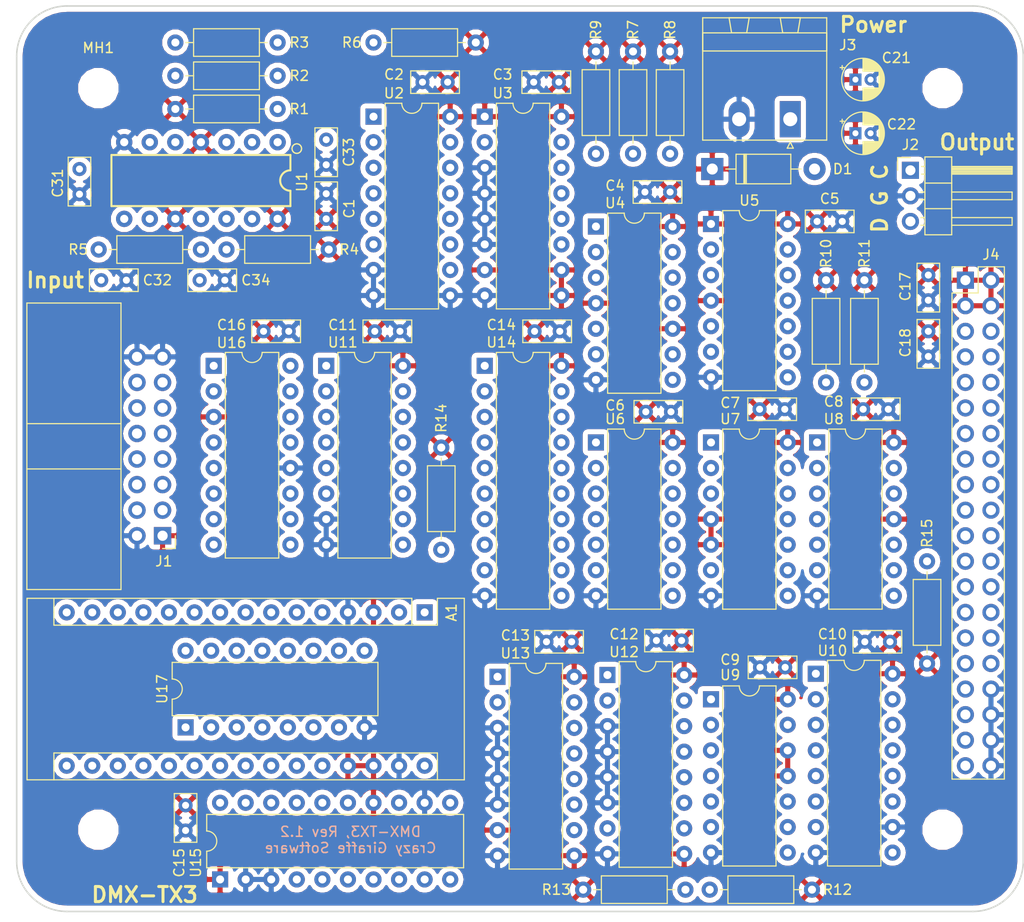
<source format=kicad_pcb>
(kicad_pcb (version 20171130) (host pcbnew "(5.0.0)")
  (title_block (title "DMX Demonstrator - Transmitter-Pro (DMX-TX3)") (date 2022-09-30) (rev 0.1) (company "Crazy Giraffe Software") (comment 2 "Designed by: SparkyBobo") (comment 3 "https://creativecommons.org/licenses/by-sa/4.0/ ") (comment 4 "Released under the Creative Commons Attribution Share-Alike 4.0 License"))
  (layers (0 F.Cu signal) (31 B.Cu signal) (34 B.Paste user) (35 F.Paste user) (36 B.SilkS user) (37 F.SilkS user) (38 B.Mask user) (39 F.Mask user) (44 Edge.Cuts user))
  (net 0 "")
  (net 1 "Net-(R1-Pad2)")
  (net 2 /clock/SPD_LO)
  (net 3 "Net-(C33-Pad1)")
  (net 4 +5V)
  (net 5 GND)
  (net 6 "Net-(C32-Pad1)")
  (net 7 "Net-(C34-Pad1)")
  (net 8 "Net-(R4-Pad2)")
  (net 9 /clock/SPD_WIPER)
  (net 10 /sample/D0)
  (net 11 /sample/D4)
  (net 12 /sample/DO0)
  (net 13 /sample/DO4)
  (net 14 /sample/D01)
  (net 15 /sample/DO5)
  (net 16 /sample/D1)
  (net 17 /sample/D5)
  (net 18 /sample/D2)
  (net 19 /sample/D6)
  (net 20 /sample/DO2)
  (net 21 /sample/DO6)
  (net 22 /sample/DO3)
  (net 23 /sample/DO7)
  (net 24 /sample/D3)
  (net 25 /sample/D7)
  (net 26 /sample/DO1)
  (net 27 /sample/DIM_2_IN)
  (net 28 /sample/DIM_1_IN)
  (net 29 /sample/DIM_3_IN)
  (net 30 /sample/DIM_4_IN)
  (net 31 "Net-(U2-Pad13)")
  (net 32 "Net-(D1-Pad2)")
  (net 33 "Net-(J1-Pad4)")
  (net 34 "Net-(A1-Pad17)")
  (net 35 "Net-(A1-Pad18)")
  (net 36 "Net-(A1-Pad30)")
  (net 37 "Net-(U2-Pad12)")
  (net 38 "Net-(U2-Pad14)")
  (net 39 "Net-(U2-Pad15)")
  (net 40 /clock/~CLK_STEP_INA)
  (net 41 /clock/~CLK_FAST_IN)
  (net 42 /clock/~CLK_SLOW_IN)
  (net 43 /shift/~CLK_STEP_IN)
  (net 44 /SAMPLE_LATCH)
  (net 45 /clock/CLK_SAMPLE_OUT)
  (net 46 /CLK_TX)
  (net 47 /~SAMPLE_RESET)
  (net 48 /~SHIFT_LOAD)
  (net 49 /shift/D4)
  (net 50 /shift/D0)
  (net 51 /shift/D5)
  (net 52 /shift/D1)
  (net 53 /shift/D6)
  (net 54 /shift/D2)
  (net 55 /shift/D7)
  (net 56 /shift/D3)
  (net 57 /CLK_FAST)
  (net 58 /CLK_SLOW)
  (net 59 /SAMPLE_SEL0)
  (net 60 /SAMPLE_SEL1)
  (net 61 /CLK_RX)
  (net 62 /DATA_FIXED)
  (net 63 /SHIFT_TRANSMIT)
  (net 64 /~FRAME_RESET)
  (net 65 /monitor/D7)
  (net 66 /monitor/D6)
  (net 67 /monitor/D5)
  (net 68 /monitor/D4)
  (net 69 /monitor/D3)
  (net 70 /monitor/D2)
  (net 71 /monitor/D1)
  (net 72 /monitor/D0)
  (net 73 /D0)
  (net 74 /D1)
  (net 75 /D2)
  (net 76 /D3)
  (net 77 /D4)
  (net 78 /D5)
  (net 79 /D6)
  (net 80 /D7)
  (net 81 /clock/CLK_SLOW)
  (net 82 /clock/CLK_FAST)
  (net 83 /CLK_EXT)
  (net 84 /~SAMPLE_OVERRIDE)
  (net 85 /~CLK_EXT_SEL)
  (net 86 /~BUS_REQ)
  (net 87 /DATA_SHIFT)
  (net 88 "Net-(U10-Pad7)")
  (net 89 /~SHIFT_ENABLE)
  (net 90 "Net-(U3-Pad12)")
  (net 91 "Net-(U3-Pad13)")
  (net 92 "Net-(U3-Pad14)")
  (net 93 "Net-(U3-Pad15)")
  (net 94 /clock/CLK_STEP)
  (net 95 "Net-(U2-Pad6)")
  (net 96 /SAMPLE_COUNT)
  (net 97 "Net-(U11-Pad14)")
  (net 98 "Net-(U11-Pad6)")
  (net 99 "Net-(U11-Pad13)")
  (net 100 "Net-(U11-Pad5)")
  (net 101 "Net-(U11-Pad12)")
  (net 102 "Net-(U11-Pad4)")
  (net 103 "Net-(U11-Pad11)")
  (net 104 "Net-(U11-Pad3)")
  (net 105 "Net-(U11-Pad10)")
  (net 106 "Net-(U11-Pad2)")
  (net 107 "Net-(U11-Pad1)")
  (net 108 "Net-(U12-Pad15)")
  (net 109 "Net-(U13-Pad15)")
  (net 110 /SAMPLE_REF)
  (net 111 "Net-(U12-Pad10)")
  (net 112 "Net-(U4-Pad6)")
  (net 113 "Net-(U4-Pad8)")
  (net 114 "Net-(U5-Pad8)")
  (net 115 "Net-(U5-Pad2)")
  (net 116 "Net-(U5-Pad9)")
  (net 117 "Net-(U5-Pad3)")
  (net 118 "Net-(U5-Pad10)")
  (net 119 "Net-(U5-Pad5)")
  (net 120 "Net-(U5-Pad6)")
  (net 121 "Net-(U5-Pad13)")
  (net 122 "Net-(U6-Pad5)")
  (net 123 "Net-(U6-Pad10)")
  (net 124 "Net-(U6-Pad3)")
  (net 125 "Net-(U6-Pad8)")
  (net 126 /DATA_RX)
  (net 127 "Net-(U7-Pad6)")
  (net 128 /~BUS_ACK)
  (net 129 "Net-(U8-Pad10)")
  (net 130 "Net-(U9-Pad13)")
  (net 131 "Net-(J4-Pad24)")
  (net 132 "Net-(J4-Pad37)")
  (net 133 "Net-(U14-Pad1)")
  (net 134 "Net-(U15-Pad16)")
  (net 135 "Net-(U17-Pad9)")
  (net 136 "Net-(U17-Pad10)")
  (net 137 "Net-(U17-Pad3)")
  (net 138 "Net-(U17-Pad11)")
  (net 139 "Net-(U17-Pad4)")
  (net 140 "Net-(U17-Pad12)")
  (net 141 "Net-(U17-Pad5)")
  (net 142 "Net-(U17-Pad13)")
  (net 143 "Net-(U17-Pad6)")
  (net 144 "Net-(U17-Pad14)")
  (net 145 "Net-(U17-Pad7)")
  (net 146 /shift/~DATA_OUT)
  (net 147 /shift/~CLK_OUT)
  (module Package_DIP:DIP-16_W7.62mm (layer F.Cu) (at 103.886 120.396 90)
    (fp_text reference U17 (at 3.81 -2.33 90) (layer F.SilkS))
    (fp_text value ULN2003A)
    (pad 1 thru_hole rect (at 0 0 90) (size 1.6 1.6) (drill 0.8) (layers *.Cu *.Mask) (net 61 /CLK_RX))
    (pad 9 thru_hole oval (at 7.62 17.78 90) (size 1.6 1.6) (drill 0.8) (layers *.Cu *.Mask) (net 135 "Net-(U17-Pad9)"))
    (pad 2 thru_hole oval (at 0 2.54 90) (size 1.6 1.6) (drill 0.8) (layers *.Cu *.Mask) (net 126 /DATA_RX))
    (pad 10 thru_hole oval (at 7.62 15.24 90) (size 1.6 1.6) (drill 0.8) (layers *.Cu *.Mask) (net 136 "Net-(U17-Pad10)"))
    (pad 3 thru_hole oval (at 0 5.08 90) (size 1.6 1.6) (drill 0.8) (layers *.Cu *.Mask) (net 137 "Net-(U17-Pad3)"))
    (pad 11 thru_hole oval (at 7.62 12.7 90) (size 1.6 1.6) (drill 0.8) (layers *.Cu *.Mask) (net 138 "Net-(U17-Pad11)"))
    (pad 4 thru_hole oval (at 0 7.62 90) (size 1.6 1.6) (drill 0.8) (layers *.Cu *.Mask) (net 139 "Net-(U17-Pad4)"))
    (pad 12 thru_hole oval (at 7.62 10.16 90) (size 1.6 1.6) (drill 0.8) (layers *.Cu *.Mask) (net 140 "Net-(U17-Pad12)"))
    (pad 5 thru_hole oval (at 0 10.16 90) (size 1.6 1.6) (drill 0.8) (layers *.Cu *.Mask) (net 141 "Net-(U17-Pad5)"))
    (pad 13 thru_hole oval (at 7.62 7.62 90) (size 1.6 1.6) (drill 0.8) (layers *.Cu *.Mask) (net 142 "Net-(U17-Pad13)"))
    (pad 6 thru_hole oval (at 0 12.7 90) (size 1.6 1.6) (drill 0.8) (layers *.Cu *.Mask) (net 143 "Net-(U17-Pad6)"))
    (pad 14 thru_hole oval (at 7.62 5.08 90) (size 1.6 1.6) (drill 0.8) (layers *.Cu *.Mask) (net 144 "Net-(U17-Pad14)"))
    (pad 7 thru_hole oval (at 0 15.24 90) (size 1.6 1.6) (drill 0.8) (layers *.Cu *.Mask) (net 145 "Net-(U17-Pad7)"))
    (pad 15 thru_hole oval (at 7.62 2.54 90) (size 1.6 1.6) (drill 0.8) (layers *.Cu *.Mask) (net 146 /shift/~DATA_OUT))
    (pad 8 thru_hole oval (at 0 17.78 90) (size 1.6 1.6) (drill 0.8) (layers *.Cu *.Mask) (net 5 GND))
    (pad 16 thru_hole oval (at 7.62 0 90) (size 1.6 1.6) (drill 0.8) (layers *.Cu *.Mask) (net 147 /shift/~CLK_OUT))
  )
  (module Connector_IDC:IDC-Header_2x08_P2.54mm_Horizontal (layer F.Cu) (at 101.6 101.346 180)
    (fp_text reference J1 (at -0.127 -2.54 180) (layer F.SilkS))
    (fp_text value Input)
    (pad 1 thru_hole rect (at 0 0 180) (size 1.7272 1.7272) (drill 1.016) (layers *.Cu *.Mask) (net 4 +5V))
    (pad 2 thru_hole oval (at 2.54 0 180) (size 1.7272 1.7272) (drill 1.016) (layers *.Cu *.Mask) (net 5 GND))
    (pad 3 thru_hole oval (at 0 2.54 180) (size 1.7272 1.7272) (drill 1.016) (layers *.Cu *.Mask) (net 147 /shift/~CLK_OUT))
    (pad 4 thru_hole oval (at 2.54 2.54 180) (size 1.7272 1.7272) (drill 1.016) (layers *.Cu *.Mask) (net 33 "Net-(J1-Pad4)"))
    (pad 5 thru_hole oval (at 0 5.08 180) (size 1.7272 1.7272) (drill 1.016) (layers *.Cu *.Mask) (net 146 /shift/~DATA_OUT))
    (pad 6 thru_hole oval (at 2.54 5.08 180) (size 1.7272 1.7272) (drill 1.016) (layers *.Cu *.Mask) (net 9 /clock/SPD_WIPER))
    (pad 7 thru_hole oval (at 0 7.62 180) (size 1.7272 1.7272) (drill 1.016) (layers *.Cu *.Mask) (net 28 /sample/DIM_1_IN))
    (pad 8 thru_hole oval (at 2.54 7.62 180) (size 1.7272 1.7272) (drill 1.016) (layers *.Cu *.Mask) (net 2 /clock/SPD_LO))
    (pad 9 thru_hole oval (at 0 10.16 180) (size 1.7272 1.7272) (drill 1.016) (layers *.Cu *.Mask) (net 27 /sample/DIM_2_IN))
    (pad 10 thru_hole oval (at 2.54 10.16 180) (size 1.7272 1.7272) (drill 1.016) (layers *.Cu *.Mask) (net 40 /clock/~CLK_STEP_INA))
    (pad 11 thru_hole oval (at 0 12.7 180) (size 1.7272 1.7272) (drill 1.016) (layers *.Cu *.Mask) (net 29 /sample/DIM_3_IN))
    (pad 12 thru_hole oval (at 2.54 12.7 180) (size 1.7272 1.7272) (drill 1.016) (layers *.Cu *.Mask) (net 42 /clock/~CLK_SLOW_IN))
    (pad 13 thru_hole oval (at 0 15.24 180) (size 1.7272 1.7272) (drill 1.016) (layers *.Cu *.Mask) (net 30 /sample/DIM_4_IN))
    (pad 14 thru_hole oval (at 2.54 15.24 180) (size 1.7272 1.7272) (drill 1.016) (layers *.Cu *.Mask) (net 41 /clock/~CLK_FAST_IN))
    (pad 15 thru_hole oval (at 0 17.78 180) (size 1.7272 1.7272) (drill 1.016) (layers *.Cu *.Mask) (net 5 GND))
    (pad 16 thru_hole oval (at 2.54 17.78 180) (size 1.7272 1.7272) (drill 1.016) (layers *.Cu *.Mask) (net 5 GND))
  )
  (module Package_DIP:DIP-16_W7.62mm (layer F.Cu) (at 106.68 84.455)
    (fp_text reference U16 (at 1.778 -2.286) (layer F.SilkS))
    (fp_text value LM339)
    (pad 1 thru_hole rect (at 0 0) (size 1.6 1.6) (drill 0.8) (layers *.Cu *.Mask) (net 104 "Net-(U11-Pad3)"))
    (pad 9 thru_hole oval (at 7.62 17.78) (size 1.6 1.6) (drill 0.8) (layers *.Cu *.Mask) (net 28 /sample/DIM_1_IN))
    (pad 2 thru_hole oval (at 0 2.54) (size 1.6 1.6) (drill 0.8) (layers *.Cu *.Mask) (net 102 "Net-(U11-Pad4)"))
    (pad 10 thru_hole oval (at 7.62 15.24) (size 1.6 1.6) (drill 0.8) (layers *.Cu *.Mask) (net 110 /SAMPLE_REF))
    (pad 3 thru_hole oval (at 0 5.08) (size 1.6 1.6) (drill 0.8) (layers *.Cu *.Mask) (net 4 +5V))
    (pad 11 thru_hole oval (at 7.62 12.7) (size 1.6 1.6) (drill 0.8) (layers *.Cu *.Mask) (net 27 /sample/DIM_2_IN))
    (pad 4 thru_hole oval (at 0 7.62) (size 1.6 1.6) (drill 0.8) (layers *.Cu *.Mask) (net 110 /SAMPLE_REF))
    (pad 12 thru_hole oval (at 7.62 10.16) (size 1.6 1.6) (drill 0.8) (layers *.Cu *.Mask) (net 5 GND))
    (pad 5 thru_hole oval (at 0 10.16) (size 1.6 1.6) (drill 0.8) (layers *.Cu *.Mask) (net 30 /sample/DIM_4_IN))
    (pad 13 thru_hole oval (at 7.62 7.62) (size 1.6 1.6) (drill 0.8) (layers *.Cu *.Mask) (net 106 "Net-(U11-Pad2)"))
    (pad 6 thru_hole oval (at 0 12.7) (size 1.6 1.6) (drill 0.8) (layers *.Cu *.Mask) (net 110 /SAMPLE_REF))
    (pad 14 thru_hole oval (at 7.62 5.08) (size 1.6 1.6) (drill 0.8) (layers *.Cu *.Mask) (net 107 "Net-(U11-Pad1)"))
    (pad 7 thru_hole oval (at 0 15.24) (size 1.6 1.6) (drill 0.8) (layers *.Cu *.Mask) (net 29 /sample/DIM_3_IN))
    (pad 15 thru_hole oval (at 7.62 2.54) (size 1.6 1.6) (drill 0.8) (layers *.Cu *.Mask))
    (pad 8 thru_hole oval (at 0 17.78) (size 1.6 1.6) (drill 0.8) (layers *.Cu *.Mask) (net 110 /SAMPLE_REF))
    (pad 16 thru_hole oval (at 7.62 0) (size 1.6 1.6) (drill 0.8) (layers *.Cu *.Mask))
  )
  (module Package_DIP:DIP-20_W7.62mm (layer F.Cu) (at 107.315 135.509 90)
    (fp_text reference U15 (at 1.651 -2.413 90) (layer F.SilkS))
    (fp_text value TLC7524CN)
    (pad 1 thru_hole rect (at 0 0 90) (size 1.6 1.6) (drill 0.8) (layers *.Cu *.Mask) (net 4 +5V))
    (pad 11 thru_hole oval (at 7.62 22.86 90) (size 1.6 1.6) (drill 0.8) (layers *.Cu *.Mask) (net 12 /sample/DO0))
    (pad 2 thru_hole oval (at 0 2.54 90) (size 1.6 1.6) (drill 0.8) (layers *.Cu *.Mask) (net 5 GND))
    (pad 12 thru_hole oval (at 7.62 20.32 90) (size 1.6 1.6) (drill 0.8) (layers *.Cu *.Mask) (net 5 GND))
    (pad 3 thru_hole oval (at 0 5.08 90) (size 1.6 1.6) (drill 0.8) (layers *.Cu *.Mask) (net 5 GND))
    (pad 13 thru_hole oval (at 7.62 17.78 90) (size 1.6 1.6) (drill 0.8) (layers *.Cu *.Mask) (net 45 /clock/CLK_SAMPLE_OUT))
    (pad 4 thru_hole oval (at 0 7.62 90) (size 1.6 1.6) (drill 0.8) (layers *.Cu *.Mask) (net 23 /sample/DO7))
    (pad 14 thru_hole oval (at 7.62 15.24 90) (size 1.6 1.6) (drill 0.8) (layers *.Cu *.Mask) (net 4 +5V))
    (pad 5 thru_hole oval (at 0 10.16 90) (size 1.6 1.6) (drill 0.8) (layers *.Cu *.Mask) (net 21 /sample/DO6))
    (pad 15 thru_hole oval (at 7.62 12.7 90) (size 1.6 1.6) (drill 0.8) (layers *.Cu *.Mask) (net 110 /SAMPLE_REF))
    (pad 6 thru_hole oval (at 0 12.7 90) (size 1.6 1.6) (drill 0.8) (layers *.Cu *.Mask) (net 15 /sample/DO5))
    (pad 16 thru_hole oval (at 7.62 10.16 90) (size 1.6 1.6) (drill 0.8) (layers *.Cu *.Mask) (net 134 "Net-(U15-Pad16)"))
    (pad 7 thru_hole oval (at 0 15.24 90) (size 1.6 1.6) (drill 0.8) (layers *.Cu *.Mask) (net 13 /sample/DO4))
    (pad 17 thru_hole oval (at 7.62 7.62 90) (size 1.6 1.6) (drill 0.8) (layers *.Cu *.Mask))
    (pad 8 thru_hole oval (at 0 17.78 90) (size 1.6 1.6) (drill 0.8) (layers *.Cu *.Mask) (net 22 /sample/DO3))
    (pad 18 thru_hole oval (at 7.62 5.08 90) (size 1.6 1.6) (drill 0.8) (layers *.Cu *.Mask))
    (pad 9 thru_hole oval (at 0 20.32 90) (size 1.6 1.6) (drill 0.8) (layers *.Cu *.Mask) (net 20 /sample/DO2))
    (pad 19 thru_hole oval (at 7.62 2.54 90) (size 1.6 1.6) (drill 0.8) (layers *.Cu *.Mask))
    (pad 10 thru_hole oval (at 0 22.86 90) (size 1.6 1.6) (drill 0.8) (layers *.Cu *.Mask) (net 26 /sample/DO1))
    (pad 20 thru_hole oval (at 7.62 0 90) (size 1.6 1.6) (drill 0.8) (layers *.Cu *.Mask))
  )
  (module Package_DIP:DIP-20_W7.62mm (layer F.Cu) (at 133.604 84.455)
    (fp_text reference U14 (at 1.651 -2.33) (layer F.SilkS))
    (fp_text value 74LS373)
    (pad 1 thru_hole rect (at 0 0) (size 1.6 1.6) (drill 0.8) (layers *.Cu *.Mask) (net 133 "Net-(U14-Pad1)"))
    (pad 11 thru_hole oval (at 7.62 22.86) (size 1.6 1.6) (drill 0.8) (layers *.Cu *.Mask) (net 44 /SAMPLE_LATCH))
    (pad 2 thru_hole oval (at 0 2.54) (size 1.6 1.6) (drill 0.8) (layers *.Cu *.Mask) (net 10 /sample/D0))
    (pad 12 thru_hole oval (at 7.62 20.32) (size 1.6 1.6) (drill 0.8) (layers *.Cu *.Mask) (net 11 /sample/D4))
    (pad 3 thru_hole oval (at 0 5.08) (size 1.6 1.6) (drill 0.8) (layers *.Cu *.Mask) (net 12 /sample/DO0))
    (pad 13 thru_hole oval (at 7.62 17.78) (size 1.6 1.6) (drill 0.8) (layers *.Cu *.Mask) (net 13 /sample/DO4))
    (pad 4 thru_hole oval (at 0 7.62) (size 1.6 1.6) (drill 0.8) (layers *.Cu *.Mask) (net 14 /sample/D01))
    (pad 14 thru_hole oval (at 7.62 15.24) (size 1.6 1.6) (drill 0.8) (layers *.Cu *.Mask) (net 15 /sample/DO5))
    (pad 5 thru_hole oval (at 0 10.16) (size 1.6 1.6) (drill 0.8) (layers *.Cu *.Mask) (net 16 /sample/D1))
    (pad 15 thru_hole oval (at 7.62 12.7) (size 1.6 1.6) (drill 0.8) (layers *.Cu *.Mask) (net 17 /sample/D5))
    (pad 6 thru_hole oval (at 0 12.7) (size 1.6 1.6) (drill 0.8) (layers *.Cu *.Mask) (net 18 /sample/D2))
    (pad 16 thru_hole oval (at 7.62 10.16) (size 1.6 1.6) (drill 0.8) (layers *.Cu *.Mask) (net 19 /sample/D6))
    (pad 7 thru_hole oval (at 0 15.24) (size 1.6 1.6) (drill 0.8) (layers *.Cu *.Mask) (net 20 /sample/DO2))
    (pad 17 thru_hole oval (at 7.62 7.62) (size 1.6 1.6) (drill 0.8) (layers *.Cu *.Mask) (net 21 /sample/DO6))
    (pad 8 thru_hole oval (at 0 17.78) (size 1.6 1.6) (drill 0.8) (layers *.Cu *.Mask) (net 22 /sample/DO3))
    (pad 18 thru_hole oval (at 7.62 5.08) (size 1.6 1.6) (drill 0.8) (layers *.Cu *.Mask) (net 23 /sample/DO7))
    (pad 9 thru_hole oval (at 0 20.32) (size 1.6 1.6) (drill 0.8) (layers *.Cu *.Mask) (net 24 /sample/D3))
    (pad 19 thru_hole oval (at 7.62 2.54) (size 1.6 1.6) (drill 0.8) (layers *.Cu *.Mask) (net 25 /sample/D7))
    (pad 10 thru_hole oval (at 0 22.86) (size 1.6 1.6) (drill 0.8) (layers *.Cu *.Mask) (net 5 GND))
    (pad 20 thru_hole oval (at 7.62 0) (size 1.6 1.6) (drill 0.8) (layers *.Cu *.Mask) (net 4 +5V))
  )
  (module Silicon-Standard:DIP14 (layer F.Cu) (at 105.41 66.04 180)
    (fp_text reference U1 (at -10.033 -0.127 270) (layer F.SilkS))
    (fp_text value 556 hide)
    (pad 1 thru_hole circle (at -7.62 3.81 180) (size 1.6256 1.6256) (drill 0.8128) (layers *.Cu *.Mask) (net 1 "Net-(R1-Pad2)"))
    (pad 2 thru_hole circle (at -5.08 3.81 180) (size 1.6256 1.6256) (drill 0.8128) (layers *.Cu *.Mask) (net 2 /clock/SPD_LO))
    (pad 3 thru_hole circle (at -2.54 3.81 180) (size 1.6256 1.6256) (drill 0.8128) (layers *.Cu *.Mask) (net 3 "Net-(C33-Pad1)"))
    (pad 4 thru_hole circle (at 0 3.81 180) (size 1.6256 1.6256) (drill 0.8128) (layers *.Cu *.Mask) (net 4 +5V))
    (pad 5 thru_hole circle (at 2.54 3.81 180) (size 1.6256 1.6256) (drill 0.8128) (layers *.Cu *.Mask) (net 81 /clock/CLK_SLOW))
    (pad 6 thru_hole circle (at 5.08 3.81 180) (size 1.6256 1.6256) (drill 0.8128) (layers *.Cu *.Mask) (net 2 /clock/SPD_LO))
    (pad 7 thru_hole circle (at 7.62 3.81 180) (size 1.6256 1.6256) (drill 0.8128) (layers *.Cu *.Mask) (net 5 GND))
    (pad 8 thru_hole circle (at 7.62 -3.81 180) (size 1.6256 1.6256) (drill 0.8128) (layers *.Cu *.Mask) (net 6 "Net-(C32-Pad1)"))
    (pad 9 thru_hole circle (at 5.08 -3.81 180) (size 1.6256 1.6256) (drill 0.8128) (layers *.Cu *.Mask) (net 82 /clock/CLK_FAST))
    (pad 10 thru_hole circle (at 2.54 -3.81 180) (size 1.6256 1.6256) (drill 0.8128) (layers *.Cu *.Mask) (net 4 +5V))
    (pad 11 thru_hole circle (at 0 -3.81 180) (size 1.6256 1.6256) (drill 0.8128) (layers *.Cu *.Mask) (net 7 "Net-(C34-Pad1)"))
    (pad 12 thru_hole circle (at -2.54 -3.81 180) (size 1.6256 1.6256) (drill 0.8128) (layers *.Cu *.Mask) (net 6 "Net-(C32-Pad1)"))
    (pad 13 thru_hole circle (at -5.08 -3.81 180) (size 1.6256 1.6256) (drill 0.8128) (layers *.Cu *.Mask) (net 8 "Net-(R4-Pad2)"))
    (pad 14 thru_hole circle (at -7.62 -3.81 180) (size 1.6256 1.6256) (drill 0.8128) (layers *.Cu *.Mask) (net 4 +5V))
  )
  (module Capacitor_THT:CP_Radial_D4.0mm_P1.50mm (layer F.Cu) (at 170.434 61.341)
    (fp_text reference C22 (at 4.572 -0.889) (layer F.SilkS))
    (fp_text value CP1)
    (pad 2 thru_hole circle (at 1.5 0) (size 1.2 1.2) (drill 0.6) (layers *.Cu *.Mask) (net 5 GND))
    (pad 1 thru_hole rect (at 0 0) (size 1.2 1.2) (drill 0.6) (layers *.Cu *.Mask) (net 4 +5V))
  )
  (module Capacitor_THT:CP_Radial_D4.0mm_P1.50mm (layer F.Cu) (at 170.434 56.007)
    (fp_text reference C21 (at 4.064 -2.159) (layer F.SilkS))
    (fp_text value CP1)
    (pad 1 thru_hole rect (at 0 0) (size 1.2 1.2) (drill 0.6) (layers *.Cu *.Mask) (net 4 +5V))
    (pad 2 thru_hole circle (at 1.5 0) (size 1.2 1.2) (drill 0.6) (layers *.Cu *.Mask) (net 5 GND))
  )
  (module Capacitor_THT:C_Rect_L4.6mm_W2.0mm_P2.50mm_MKS02_FKP02 (layer F.Cu) (at 138.557 81.026)
    (fp_text reference C14 (at -3.302 -0.635) (layer F.SilkS))
    (fp_text value .01uF)
    (pad 2 thru_hole circle (at 2.5 0) (size 1.4 1.4) (drill 0.7) (layers *.Cu *.Mask) (net 5 GND))
    (pad 1 thru_hole circle (at 0 0) (size 1.4 1.4) (drill 0.7) (layers *.Cu *.Mask) (net 4 +5V))
  )
  (module Capacitor_THT:C_Rect_L4.6mm_W2.0mm_P2.50mm_MKS02_FKP02 (layer F.Cu) (at 166.624 70.104)
    (fp_text reference C5 (at 1.25 -2.25) (layer F.SilkS))
    (fp_text value .01uF)
    (pad 1 thru_hole circle (at 0 0) (size 1.4 1.4) (drill 0.7) (layers *.Cu *.Mask) (net 4 +5V))
    (pad 2 thru_hole circle (at 2.5 0) (size 1.4 1.4) (drill 0.7) (layers *.Cu *.Mask) (net 5 GND))
  )
  (module Capacitor_THT:C_Rect_L4.6mm_W2.0mm_P2.50mm_MKS02_FKP02 (layer F.Cu) (at 103.886 128.143 270)
    (fp_text reference C15 (at 5.715 0.635 270) (layer F.SilkS))
    (fp_text value .01uF)
    (pad 2 thru_hole circle (at 2.5 0 270) (size 1.4 1.4) (drill 0.7) (layers *.Cu *.Mask) (net 5 GND))
    (pad 1 thru_hole circle (at 0 0 270) (size 1.4 1.4) (drill 0.7) (layers *.Cu *.Mask) (net 4 +5V))
  )
  (module Capacitor_THT:C_Rect_L4.6mm_W2.0mm_P2.50mm_MKS02_FKP02 (layer F.Cu) (at 111.633 81.026)
    (fp_text reference C16 (at -3.175 -0.635) (layer F.SilkS))
    (fp_text value .01uF)
    (pad 1 thru_hole circle (at 0 0) (size 1.4 1.4) (drill 0.7) (layers *.Cu *.Mask) (net 4 +5V))
    (pad 2 thru_hole circle (at 2.5 0) (size 1.4 1.4) (drill 0.7) (layers *.Cu *.Mask) (net 5 GND))
  )
  (module Capacitor_THT:C_Rect_L4.6mm_W2.0mm_P2.50mm_MKS02_FKP02 (layer F.Cu) (at 177.673 75.438 270)
    (fp_text reference C17 (at 1.143 2.286 270) (layer F.SilkS))
    (fp_text value .01uF)
    (pad 2 thru_hole circle (at 2.5 0 270) (size 1.4 1.4) (drill 0.7) (layers *.Cu *.Mask) (net 5 GND))
    (pad 1 thru_hole circle (at 0 0 270) (size 1.4 1.4) (drill 0.7) (layers *.Cu *.Mask) (net 4 +5V))
  )
  (module Capacitor_THT:C_Rect_L4.6mm_W2.0mm_P2.50mm_MKS02_FKP02 (layer F.Cu) (at 177.673 81.026 270)
    (fp_text reference C18 (at 1.143 2.286 270) (layer F.SilkS))
    (fp_text value .01uF)
    (pad 1 thru_hole circle (at 0 0 270) (size 1.4 1.4) (drill 0.7) (layers *.Cu *.Mask) (net 4 +5V))
    (pad 2 thru_hole circle (at 2.5 0 270) (size 1.4 1.4) (drill 0.7) (layers *.Cu *.Mask) (net 5 GND))
  )
  (module Capacitor_THT:C_Rect_L4.6mm_W2.0mm_P2.50mm_MKS02_FKP02 (layer F.Cu) (at 93.345 64.897 270)
    (fp_text reference C31 (at 1.397 2.159 270) (layer F.SilkS))
    (fp_text value 1uF)
    (pad 2 thru_hole circle (at 2.5 0 270) (size 1.4 1.4) (drill 0.7) (layers *.Cu *.Mask) (net 5 GND))
    (pad 1 thru_hole circle (at 0 0 270) (size 1.4 1.4) (drill 0.7) (layers *.Cu *.Mask) (net 2 /clock/SPD_LO))
  )
  (module Capacitor_THT:C_Rect_L4.6mm_W2.0mm_P2.50mm_MKS02_FKP02 (layer F.Cu) (at 117.856 61.976 270)
    (fp_text reference C33 (at 1.25 -2.25 270) (layer F.SilkS))
    (fp_text value .01uF)
    (pad 1 thru_hole circle (at 0 0 270) (size 1.4 1.4) (drill 0.7) (layers *.Cu *.Mask) (net 3 "Net-(C33-Pad1)"))
    (pad 2 thru_hole circle (at 2.5 0 270) (size 1.4 1.4) (drill 0.7) (layers *.Cu *.Mask) (net 5 GND))
  )
  (module Capacitor_THT:C_Rect_L4.6mm_W2.0mm_P2.50mm_MKS02_FKP02 (layer F.Cu) (at 105.283 75.946)
    (fp_text reference C34 (at 5.588 0) (layer F.SilkS))
    (fp_text value .01uF)
    (pad 2 thru_hole circle (at 2.5 0) (size 1.4 1.4) (drill 0.7) (layers *.Cu *.Mask) (net 5 GND))
    (pad 1 thru_hole circle (at 0 0) (size 1.4 1.4) (drill 0.7) (layers *.Cu *.Mask) (net 7 "Net-(C34-Pad1)"))
  )
  (module Capacitor_THT:C_Rect_L4.6mm_W2.0mm_P2.50mm_MKS02_FKP02 (layer F.Cu) (at 129.921 56.261 180)
    (fp_text reference C2 (at 5.334 0.762 180) (layer F.SilkS))
    (fp_text value .01uF)
    (pad 1 thru_hole circle (at 0 0 180) (size 1.4 1.4) (drill 0.7) (layers *.Cu *.Mask) (net 4 +5V))
    (pad 2 thru_hole circle (at 2.5 0 180) (size 1.4 1.4) (drill 0.7) (layers *.Cu *.Mask) (net 5 GND))
  )
  (module Capacitor_THT:C_Rect_L4.6mm_W2.0mm_P2.50mm_MKS02_FKP02 (layer F.Cu) (at 142.24 111.887 180)
    (fp_text reference C13 (at 5.588 0.635 180) (layer F.SilkS))
    (fp_text value .01uF)
    (pad 2 thru_hole circle (at 2.5 0 180) (size 1.4 1.4) (drill 0.7) (layers *.Cu *.Mask) (net 5 GND))
    (pad 1 thru_hole circle (at 0 0 180) (size 1.4 1.4) (drill 0.7) (layers *.Cu *.Mask) (net 4 +5V))
  )
  (module Capacitor_THT:C_Rect_L4.6mm_W2.0mm_P2.50mm_MKS02_FKP02 (layer F.Cu) (at 117.856 69.85 90)
    (fp_text reference C1 (at 1.016 2.286 90) (layer F.SilkS))
    (fp_text value .01uF)
    (pad 1 thru_hole circle (at 0 0 90) (size 1.4 1.4) (drill 0.7) (layers *.Cu *.Mask) (net 4 +5V))
    (pad 2 thru_hole circle (at 2.5 0 90) (size 1.4 1.4) (drill 0.7) (layers *.Cu *.Mask) (net 5 GND))
  )
  (module Capacitor_THT:C_Rect_L4.6mm_W2.0mm_P2.50mm_MKS02_FKP02 (layer F.Cu) (at 153.162 111.76 180)
    (fp_text reference C12 (at 5.715 0.635 180) (layer F.SilkS))
    (fp_text value .01uF)
    (pad 2 thru_hole circle (at 2.5 0 180) (size 1.4 1.4) (drill 0.7) (layers *.Cu *.Mask) (net 5 GND))
    (pad 1 thru_hole circle (at 0 0 180) (size 1.4 1.4) (drill 0.7) (layers *.Cu *.Mask) (net 4 +5V))
  )
  (module Capacitor_THT:C_Rect_L4.6mm_W2.0mm_P2.50mm_MKS02_FKP02 (layer F.Cu) (at 122.682 81.026)
    (fp_text reference C11 (at -3.175 -0.635) (layer F.SilkS))
    (fp_text value .01uF)
    (pad 1 thru_hole circle (at 0 0) (size 1.4 1.4) (drill 0.7) (layers *.Cu *.Mask) (net 4 +5V))
    (pad 2 thru_hole circle (at 2.5 0) (size 1.4 1.4) (drill 0.7) (layers *.Cu *.Mask) (net 5 GND))
  )
  (module Capacitor_THT:C_Rect_L4.6mm_W2.0mm_P2.50mm_MKS02_FKP02 (layer F.Cu) (at 173.863 111.887 180)
    (fp_text reference C10 (at 5.715 0.762 180) (layer F.SilkS))
    (fp_text value .01uF)
    (pad 2 thru_hole circle (at 2.5 0 180) (size 1.4 1.4) (drill 0.7) (layers *.Cu *.Mask) (net 5 GND))
    (pad 1 thru_hole circle (at 0 0 180) (size 1.4 1.4) (drill 0.7) (layers *.Cu *.Mask) (net 4 +5V))
  )
  (module Capacitor_THT:C_Rect_L4.6mm_W2.0mm_P2.50mm_MKS02_FKP02 (layer F.Cu) (at 163.449 114.427 180)
    (fp_text reference C9 (at 5.461 0.762 180) (layer F.SilkS))
    (fp_text value .01uF)
    (pad 1 thru_hole circle (at 0 0 180) (size 1.4 1.4) (drill 0.7) (layers *.Cu *.Mask) (net 4 +5V))
    (pad 2 thru_hole circle (at 2.5 0 180) (size 1.4 1.4) (drill 0.7) (layers *.Cu *.Mask) (net 5 GND))
  )
  (module Capacitor_THT:C_Rect_L4.6mm_W2.0mm_P2.50mm_MKS02_FKP02 (layer F.Cu) (at 171.196 88.773)
    (fp_text reference C8 (at -2.921 -0.762) (layer F.SilkS))
    (fp_text value .01uF)
    (pad 2 thru_hole circle (at 2.5 0) (size 1.4 1.4) (drill 0.7) (layers *.Cu *.Mask) (net 5 GND))
    (pad 1 thru_hole circle (at 0 0) (size 1.4 1.4) (drill 0.7) (layers *.Cu *.Mask) (net 4 +5V))
  )
  (module Capacitor_THT:C_Rect_L4.6mm_W2.0mm_P2.50mm_MKS02_FKP02 (layer F.Cu) (at 160.909 88.773)
    (fp_text reference C7 (at -2.921 -0.635) (layer F.SilkS))
    (fp_text value .01uF)
    (pad 1 thru_hole circle (at 0 0) (size 1.4 1.4) (drill 0.7) (layers *.Cu *.Mask) (net 4 +5V))
    (pad 2 thru_hole circle (at 2.5 0) (size 1.4 1.4) (drill 0.7) (layers *.Cu *.Mask) (net 5 GND))
  )
  (module Capacitor_THT:C_Rect_L4.6mm_W2.0mm_P2.50mm_MKS02_FKP02 (layer F.Cu) (at 149.606 89.027)
    (fp_text reference C6 (at -3.048 -0.635) (layer F.SilkS))
    (fp_text value .01uF)
    (pad 2 thru_hole circle (at 2.5 0) (size 1.4 1.4) (drill 0.7) (layers *.Cu *.Mask) (net 5 GND))
    (pad 1 thru_hole circle (at 0 0) (size 1.4 1.4) (drill 0.7) (layers *.Cu *.Mask) (net 4 +5V))
  )
  (module Capacitor_THT:C_Rect_L4.6mm_W2.0mm_P2.50mm_MKS02_FKP02 (layer F.Cu) (at 152.019 67.183 180)
    (fp_text reference C4 (at 5.461 0.635 180) (layer F.SilkS))
    (fp_text value .01uF)
    (pad 1 thru_hole circle (at 0 0 180) (size 1.4 1.4) (drill 0.7) (layers *.Cu *.Mask) (net 4 +5V))
    (pad 2 thru_hole circle (at 2.5 0 180) (size 1.4 1.4) (drill 0.7) (layers *.Cu *.Mask) (net 5 GND))
  )
  (module Capacitor_THT:C_Rect_L4.6mm_W2.0mm_P2.50mm_MKS02_FKP02 (layer F.Cu) (at 95.504 75.946)
    (fp_text reference C32 (at 5.588 0) (layer F.SilkS))
    (fp_text value .001uF)
    (pad 2 thru_hole circle (at 2.5 0) (size 1.4 1.4) (drill 0.7) (layers *.Cu *.Mask) (net 5 GND))
    (pad 1 thru_hole circle (at 0 0) (size 1.4 1.4) (drill 0.7) (layers *.Cu *.Mask) (net 6 "Net-(C32-Pad1)"))
  )
  (module Capacitor_THT:C_Rect_L4.6mm_W2.0mm_P2.50mm_MKS02_FKP02 (layer F.Cu) (at 140.97 56.261 180)
    (fp_text reference C3 (at 5.588 0.762 180) (layer F.SilkS))
    (fp_text value .01uF)
    (pad 1 thru_hole circle (at 0 0 180) (size 1.4 1.4) (drill 0.7) (layers *.Cu *.Mask) (net 4 +5V))
    (pad 2 thru_hole circle (at 2.5 0 180) (size 1.4 1.4) (drill 0.7) (layers *.Cu *.Mask) (net 5 GND))
  )
  (module Module:Arduino_Nano (layer F.Cu) (at 127.635 108.966 270)
    (fp_text reference A1 (at 0 -2.667 270) (layer F.SilkS))
    (fp_text value Monitor)
    (pad 1 thru_hole rect (at 0 0 270) (size 1.6 1.6) (drill 0.8) (layers *.Cu *.Mask) (net 84 /~SAMPLE_OVERRIDE))
    (pad 17 thru_hole oval (at 15.24 33.02 270) (size 1.6 1.6) (drill 0.8) (layers *.Cu *.Mask) (net 34 "Net-(A1-Pad17)"))
    (pad 2 thru_hole oval (at 0 2.54 270) (size 1.6 1.6) (drill 0.8) (layers *.Cu *.Mask) (net 64 /~FRAME_RESET))
    (pad 18 thru_hole oval (at 15.24 30.48 270) (size 1.6 1.6) (drill 0.8) (layers *.Cu *.Mask) (net 35 "Net-(A1-Pad18)"))
    (pad 3 thru_hole oval (at 0 5.08 270) (size 1.6 1.6) (drill 0.8) (layers *.Cu *.Mask) (net 4 +5V))
    (pad 19 thru_hole oval (at 15.24 27.94 270) (size 1.6 1.6) (drill 0.8) (layers *.Cu *.Mask) (net 65 /monitor/D7))
    (pad 4 thru_hole oval (at 0 7.62 270) (size 1.6 1.6) (drill 0.8) (layers *.Cu *.Mask) (net 5 GND))
    (pad 20 thru_hole oval (at 15.24 25.4 270) (size 1.6 1.6) (drill 0.8) (layers *.Cu *.Mask) (net 66 /monitor/D6))
    (pad 5 thru_hole oval (at 0 10.16 270) (size 1.6 1.6) (drill 0.8) (layers *.Cu *.Mask) (net 44 /SAMPLE_LATCH))
    (pad 21 thru_hole oval (at 15.24 22.86 270) (size 1.6 1.6) (drill 0.8) (layers *.Cu *.Mask) (net 67 /monitor/D5))
    (pad 6 thru_hole oval (at 0 12.7 270) (size 1.6 1.6) (drill 0.8) (layers *.Cu *.Mask) (net 47 /~SAMPLE_RESET))
    (pad 22 thru_hole oval (at 15.24 20.32 270) (size 1.6 1.6) (drill 0.8) (layers *.Cu *.Mask) (net 68 /monitor/D4))
    (pad 7 thru_hole oval (at 0 15.24 270) (size 1.6 1.6) (drill 0.8) (layers *.Cu *.Mask) (net 59 /SAMPLE_SEL0))
    (pad 23 thru_hole oval (at 15.24 17.78 270) (size 1.6 1.6) (drill 0.8) (layers *.Cu *.Mask) (net 69 /monitor/D3))
    (pad 8 thru_hole oval (at 0 17.78 270) (size 1.6 1.6) (drill 0.8) (layers *.Cu *.Mask) (net 60 /SAMPLE_SEL1))
    (pad 24 thru_hole oval (at 15.24 15.24 270) (size 1.6 1.6) (drill 0.8) (layers *.Cu *.Mask) (net 70 /monitor/D2))
    (pad 9 thru_hole oval (at 0 20.32 270) (size 1.6 1.6) (drill 0.8) (layers *.Cu *.Mask) (net 48 /~SHIFT_LOAD))
    (pad 25 thru_hole oval (at 15.24 12.7 270) (size 1.6 1.6) (drill 0.8) (layers *.Cu *.Mask) (net 71 /monitor/D1))
    (pad 10 thru_hole oval (at 0 22.86 270) (size 1.6 1.6) (drill 0.8) (layers *.Cu *.Mask) (net 89 /~SHIFT_ENABLE))
    (pad 26 thru_hole oval (at 15.24 10.16 270) (size 1.6 1.6) (drill 0.8) (layers *.Cu *.Mask) (net 72 /monitor/D0))
    (pad 11 thru_hole oval (at 0 25.4 270) (size 1.6 1.6) (drill 0.8) (layers *.Cu *.Mask) (net 63 /SHIFT_TRANSMIT))
    (pad 27 thru_hole oval (at 15.24 7.62 270) (size 1.6 1.6) (drill 0.8) (layers *.Cu *.Mask) (net 4 +5V))
    (pad 12 thru_hole oval (at 0 27.94 270) (size 1.6 1.6) (drill 0.8) (layers *.Cu *.Mask) (net 126 /DATA_RX))
    (pad 28 thru_hole oval (at 15.24 5.08 270) (size 1.6 1.6) (drill 0.8) (layers *.Cu *.Mask) (net 4 +5V))
    (pad 13 thru_hole oval (at 0 30.48 270) (size 1.6 1.6) (drill 0.8) (layers *.Cu *.Mask) (net 61 /CLK_RX))
    (pad 29 thru_hole oval (at 15.24 2.54 270) (size 1.6 1.6) (drill 0.8) (layers *.Cu *.Mask) (net 5 GND))
    (pad 14 thru_hole oval (at 0 33.02 270) (size 1.6 1.6) (drill 0.8) (layers *.Cu *.Mask) (net 57 /CLK_FAST))
    (pad 30 thru_hole oval (at 15.24 0 270) (size 1.6 1.6) (drill 0.8) (layers *.Cu *.Mask) (net 36 "Net-(A1-Pad30)"))
    (pad 15 thru_hole oval (at 0 35.56 270) (size 1.6 1.6) (drill 0.8) (layers *.Cu *.Mask) (net 58 /CLK_SLOW))
    (pad 16 thru_hole oval (at 15.24 35.56 270) (size 1.6 1.6) (drill 0.8) (layers *.Cu *.Mask) (net 43 /shift/~CLK_STEP_IN))
  )
  (module Package_DIP:DIP-14_W7.62mm (layer F.Cu) (at 156.083 117.602)
    (fp_text reference U9 (at 1.905 -2.413) (layer F.SilkS))
    (fp_text value 74LS02)
    (pad 1 thru_hole rect (at 0 0) (size 1.6 1.6) (drill 0.8) (layers *.Cu *.Mask) (net 103 "Net-(U11-Pad11)"))
    (pad 8 thru_hole oval (at 7.62 15.24) (size 1.6 1.6) (drill 0.8) (layers *.Cu *.Mask) (net 109 "Net-(U13-Pad15)"))
    (pad 2 thru_hole oval (at 0 2.54) (size 1.6 1.6) (drill 0.8) (layers *.Cu *.Mask) (net 84 /~SAMPLE_OVERRIDE))
    (pad 9 thru_hole oval (at 7.62 12.7) (size 1.6 1.6) (drill 0.8) (layers *.Cu *.Mask) (net 109 "Net-(U13-Pad15)"))
    (pad 3 thru_hole oval (at 0 5.08) (size 1.6 1.6) (drill 0.8) (layers *.Cu *.Mask) (net 59 /SAMPLE_SEL0))
    (pad 10 thru_hole oval (at 7.62 10.16) (size 1.6 1.6) (drill 0.8) (layers *.Cu *.Mask) (net 111 "Net-(U12-Pad10)"))
    (pad 4 thru_hole oval (at 0 7.62) (size 1.6 1.6) (drill 0.8) (layers *.Cu *.Mask) (net 105 "Net-(U11-Pad10)"))
    (pad 11 thru_hole oval (at 7.62 7.62) (size 1.6 1.6) (drill 0.8) (layers *.Cu *.Mask) (net 4 +5V))
    (pad 5 thru_hole oval (at 0 10.16) (size 1.6 1.6) (drill 0.8) (layers *.Cu *.Mask) (net 84 /~SAMPLE_OVERRIDE))
    (pad 12 thru_hole oval (at 7.62 5.08) (size 1.6 1.6) (drill 0.8) (layers *.Cu *.Mask) (net 4 +5V))
    (pad 6 thru_hole oval (at 0 12.7) (size 1.6 1.6) (drill 0.8) (layers *.Cu *.Mask) (net 60 /SAMPLE_SEL1))
    (pad 13 thru_hole oval (at 7.62 2.54) (size 1.6 1.6) (drill 0.8) (layers *.Cu *.Mask) (net 130 "Net-(U9-Pad13)"))
    (pad 7 thru_hole oval (at 0 15.24) (size 1.6 1.6) (drill 0.8) (layers *.Cu *.Mask) (net 5 GND))
    (pad 14 thru_hole oval (at 7.62 0) (size 1.6 1.6) (drill 0.8) (layers *.Cu *.Mask) (net 4 +5V))
  )
  (module Package_DIP:DIP-14_W7.62mm (layer F.Cu) (at 166.624 92.075)
    (fp_text reference U8 (at 1.651 -2.33) (layer F.SilkS))
    (fp_text value 74LS04)
    (pad 14 thru_hole oval (at 7.62 0) (size 1.6 1.6) (drill 0.8) (layers *.Cu *.Mask) (net 4 +5V))
    (pad 7 thru_hole oval (at 0 15.24) (size 1.6 1.6) (drill 0.8) (layers *.Cu *.Mask) (net 5 GND))
    (pad 13 thru_hole oval (at 7.62 2.54) (size 1.6 1.6) (drill 0.8) (layers *.Cu *.Mask) (net 125 "Net-(U6-Pad8)"))
    (pad 6 thru_hole oval (at 0 12.7) (size 1.6 1.6) (drill 0.8) (layers *.Cu *.Mask) (net 123 "Net-(U6-Pad10)"))
    (pad 12 thru_hole oval (at 7.62 5.08) (size 1.6 1.6) (drill 0.8) (layers *.Cu *.Mask) (net 118 "Net-(U5-Pad10)"))
    (pad 5 thru_hole oval (at 0 10.16) (size 1.6 1.6) (drill 0.8) (layers *.Cu *.Mask) (net 122 "Net-(U6-Pad5)"))
    (pad 11 thru_hole oval (at 7.62 7.62) (size 1.6 1.6) (drill 0.8) (layers *.Cu *.Mask) (net 4 +5V))
    (pad 4 thru_hole oval (at 0 7.62) (size 1.6 1.6) (drill 0.8) (layers *.Cu *.Mask) (net 128 /~BUS_ACK))
    (pad 10 thru_hole oval (at 7.62 10.16) (size 1.6 1.6) (drill 0.8) (layers *.Cu *.Mask) (net 129 "Net-(U8-Pad10)"))
    (pad 3 thru_hole oval (at 0 5.08) (size 1.6 1.6) (drill 0.8) (layers *.Cu *.Mask) (net 133 "Net-(U14-Pad1)"))
    (pad 9 thru_hole oval (at 7.62 12.7) (size 1.6 1.6) (drill 0.8) (layers *.Cu *.Mask) (net 46 /CLK_TX))
    (pad 2 thru_hole oval (at 0 2.54) (size 1.6 1.6) (drill 0.8) (layers *.Cu *.Mask) (net 133 "Net-(U14-Pad1)"))
    (pad 8 thru_hole oval (at 7.62 15.24) (size 1.6 1.6) (drill 0.8) (layers *.Cu *.Mask) (net 61 /CLK_RX))
    (pad 1 thru_hole rect (at 0 0) (size 1.6 1.6) (drill 0.8) (layers *.Cu *.Mask) (net 86 /~BUS_REQ))
  )
  (module Package_DIP:DIP-14_W7.62mm (layer F.Cu) (at 156.083 92.075)
    (fp_text reference U7 (at 1.905 -2.33) (layer F.SilkS))
    (fp_text value 74LS32)
    (pad 1 thru_hole rect (at 0 0) (size 1.6 1.6) (drill 0.8) (layers *.Cu *.Mask) (net 124 "Net-(U6-Pad3)"))
    (pad 8 thru_hole oval (at 7.62 15.24) (size 1.6 1.6) (drill 0.8) (layers *.Cu *.Mask) (net 121 "Net-(U5-Pad13)"))
    (pad 2 thru_hole oval (at 0 2.54) (size 1.6 1.6) (drill 0.8) (layers *.Cu *.Mask) (net 62 /DATA_FIXED))
    (pad 9 thru_hole oval (at 7.62 12.7) (size 1.6 1.6) (drill 0.8) (layers *.Cu *.Mask) (net 120 "Net-(U5-Pad6)"))
    (pad 3 thru_hole oval (at 0 5.08) (size 1.6 1.6) (drill 0.8) (layers *.Cu *.Mask) (net 126 /DATA_RX))
    (pad 10 thru_hole oval (at 7.62 10.16) (size 1.6 1.6) (drill 0.8) (layers *.Cu *.Mask) (net 115 "Net-(U5-Pad2)"))
    (pad 4 thru_hole oval (at 0 7.62) (size 1.6 1.6) (drill 0.8) (layers *.Cu *.Mask) (net 4 +5V))
    (pad 11 thru_hole oval (at 7.62 7.62) (size 1.6 1.6) (drill 0.8) (layers *.Cu *.Mask) (net 122 "Net-(U6-Pad5)"))
    (pad 5 thru_hole oval (at 0 10.16) (size 1.6 1.6) (drill 0.8) (layers *.Cu *.Mask) (net 4 +5V))
    (pad 12 thru_hole oval (at 7.62 5.08) (size 1.6 1.6) (drill 0.8) (layers *.Cu *.Mask) (net 46 /CLK_TX))
    (pad 6 thru_hole oval (at 0 12.7) (size 1.6 1.6) (drill 0.8) (layers *.Cu *.Mask) (net 127 "Net-(U7-Pad6)"))
    (pad 13 thru_hole oval (at 7.62 2.54) (size 1.6 1.6) (drill 0.8) (layers *.Cu *.Mask) (net 114 "Net-(U5-Pad8)"))
    (pad 7 thru_hole oval (at 0 15.24) (size 1.6 1.6) (drill 0.8) (layers *.Cu *.Mask) (net 5 GND))
    (pad 14 thru_hole oval (at 7.62 0) (size 1.6 1.6) (drill 0.8) (layers *.Cu *.Mask) (net 4 +5V))
  )
  (module Package_DIP:DIP-14_W7.62mm (layer F.Cu) (at 144.653 92.075)
    (fp_text reference U6 (at 1.905 -2.33) (layer F.SilkS))
    (fp_text value 74LS08)
    (pad 14 thru_hole oval (at 7.62 0) (size 1.6 1.6) (drill 0.8) (layers *.Cu *.Mask) (net 4 +5V))
    (pad 7 thru_hole oval (at 0 15.24) (size 1.6 1.6) (drill 0.8) (layers *.Cu *.Mask) (net 5 GND))
    (pad 13 thru_hole oval (at 7.62 2.54) (size 1.6 1.6) (drill 0.8) (layers *.Cu *.Mask) (net 40 /clock/~CLK_STEP_INA))
    (pad 6 thru_hole oval (at 0 12.7) (size 1.6 1.6) (drill 0.8) (layers *.Cu *.Mask) (net 94 /clock/CLK_STEP))
    (pad 12 thru_hole oval (at 7.62 5.08) (size 1.6 1.6) (drill 0.8) (layers *.Cu *.Mask) (net 43 /shift/~CLK_STEP_IN))
    (pad 5 thru_hole oval (at 0 10.16) (size 1.6 1.6) (drill 0.8) (layers *.Cu *.Mask) (net 122 "Net-(U6-Pad5)"))
    (pad 11 thru_hole oval (at 7.62 7.62) (size 1.6 1.6) (drill 0.8) (layers *.Cu *.Mask) (net 115 "Net-(U5-Pad2)"))
    (pad 4 thru_hole oval (at 0 7.62) (size 1.6 1.6) (drill 0.8) (layers *.Cu *.Mask) (net 82 /clock/CLK_FAST))
    (pad 10 thru_hole oval (at 7.62 10.16) (size 1.6 1.6) (drill 0.8) (layers *.Cu *.Mask) (net 123 "Net-(U6-Pad10)"))
    (pad 3 thru_hole oval (at 0 5.08) (size 1.6 1.6) (drill 0.8) (layers *.Cu *.Mask) (net 124 "Net-(U6-Pad3)"))
    (pad 9 thru_hole oval (at 7.62 12.7) (size 1.6 1.6) (drill 0.8) (layers *.Cu *.Mask) (net 121 "Net-(U5-Pad13)"))
    (pad 2 thru_hole oval (at 0 2.54) (size 1.6 1.6) (drill 0.8) (layers *.Cu *.Mask) (net 63 /SHIFT_TRANSMIT))
    (pad 8 thru_hole oval (at 7.62 15.24) (size 1.6 1.6) (drill 0.8) (layers *.Cu *.Mask) (net 125 "Net-(U6-Pad8)"))
    (pad 1 thru_hole rect (at 0 0) (size 1.6 1.6) (drill 0.8) (layers *.Cu *.Mask) (net 87 /DATA_SHIFT))
  )
  (module Package_DIP:DIP-14_W7.62mm (layer F.Cu) (at 156.083 70.358)
    (fp_text reference U5 (at 3.81 -2.33) (layer F.SilkS))
    (fp_text value 74LS74)
    (pad 1 thru_hole rect (at 0 0) (size 1.6 1.6) (drill 0.8) (layers *.Cu *.Mask) (net 4 +5V))
    (pad 8 thru_hole oval (at 7.62 15.24) (size 1.6 1.6) (drill 0.8) (layers *.Cu *.Mask) (net 114 "Net-(U5-Pad8)"))
    (pad 2 thru_hole oval (at 0 2.54) (size 1.6 1.6) (drill 0.8) (layers *.Cu *.Mask) (net 115 "Net-(U5-Pad2)"))
    (pad 9 thru_hole oval (at 7.62 12.7) (size 1.6 1.6) (drill 0.8) (layers *.Cu *.Mask) (net 116 "Net-(U5-Pad9)"))
    (pad 3 thru_hole oval (at 0 5.08) (size 1.6 1.6) (drill 0.8) (layers *.Cu *.Mask) (net 117 "Net-(U5-Pad3)"))
    (pad 10 thru_hole oval (at 7.62 10.16) (size 1.6 1.6) (drill 0.8) (layers *.Cu *.Mask) (net 118 "Net-(U5-Pad10)"))
    (pad 4 thru_hole oval (at 0 7.62) (size 1.6 1.6) (drill 0.8) (layers *.Cu *.Mask) (net 4 +5V))
    (pad 11 thru_hole oval (at 7.62 7.62) (size 1.6 1.6) (drill 0.8) (layers *.Cu *.Mask) (net 94 /clock/CLK_STEP))
    (pad 5 thru_hole oval (at 0 10.16) (size 1.6 1.6) (drill 0.8) (layers *.Cu *.Mask) (net 119 "Net-(U5-Pad5)"))
    (pad 12 thru_hole oval (at 7.62 5.08) (size 1.6 1.6) (drill 0.8) (layers *.Cu *.Mask) (net 46 /CLK_TX))
    (pad 6 thru_hole oval (at 0 12.7) (size 1.6 1.6) (drill 0.8) (layers *.Cu *.Mask) (net 120 "Net-(U5-Pad6)"))
    (pad 13 thru_hole oval (at 7.62 2.54) (size 1.6 1.6) (drill 0.8) (layers *.Cu *.Mask) (net 121 "Net-(U5-Pad13)"))
    (pad 7 thru_hole oval (at 0 15.24) (size 1.6 1.6) (drill 0.8) (layers *.Cu *.Mask) (net 5 GND))
    (pad 14 thru_hole oval (at 7.62 0) (size 1.6 1.6) (drill 0.8) (layers *.Cu *.Mask) (net 4 +5V))
  )
  (module Package_DIP:DIP-14_W7.62mm (layer F.Cu) (at 144.653 70.612)
    (fp_text reference U4 (at 1.905 -2.33) (layer F.SilkS))
    (fp_text value 74LS74)
    (pad 14 thru_hole oval (at 7.62 0) (size 1.6 1.6) (drill 0.8) (layers *.Cu *.Mask) (net 4 +5V))
    (pad 7 thru_hole oval (at 0 15.24) (size 1.6 1.6) (drill 0.8) (layers *.Cu *.Mask) (net 5 GND))
    (pad 13 thru_hole oval (at 7.62 2.54) (size 1.6 1.6) (drill 0.8) (layers *.Cu *.Mask) (net 85 /~CLK_EXT_SEL))
    (pad 6 thru_hole oval (at 0 12.7) (size 1.6 1.6) (drill 0.8) (layers *.Cu *.Mask) (net 112 "Net-(U4-Pad6)"))
    (pad 12 thru_hole oval (at 7.62 5.08) (size 1.6 1.6) (drill 0.8) (layers *.Cu *.Mask) (net 41 /clock/~CLK_FAST_IN))
    (pad 5 thru_hole oval (at 0 10.16) (size 1.6 1.6) (drill 0.8) (layers *.Cu *.Mask) (net 58 /CLK_SLOW))
    (pad 11 thru_hole oval (at 7.62 7.62) (size 1.6 1.6) (drill 0.8) (layers *.Cu *.Mask) (net 82 /clock/CLK_FAST))
    (pad 4 thru_hole oval (at 0 7.62) (size 1.6 1.6) (drill 0.8) (layers *.Cu *.Mask) (net 4 +5V))
    (pad 10 thru_hole oval (at 7.62 10.16) (size 1.6 1.6) (drill 0.8) (layers *.Cu *.Mask) (net 4 +5V))
    (pad 3 thru_hole oval (at 0 5.08) (size 1.6 1.6) (drill 0.8) (layers *.Cu *.Mask) (net 82 /clock/CLK_FAST))
    (pad 9 thru_hole oval (at 7.62 12.7) (size 1.6 1.6) (drill 0.8) (layers *.Cu *.Mask) (net 57 /CLK_FAST))
    (pad 2 thru_hole oval (at 0 2.54) (size 1.6 1.6) (drill 0.8) (layers *.Cu *.Mask) (net 42 /clock/~CLK_SLOW_IN))
    (pad 8 thru_hole oval (at 7.62 15.24) (size 1.6 1.6) (drill 0.8) (layers *.Cu *.Mask) (net 113 "Net-(U4-Pad8)"))
    (pad 1 thru_hole rect (at 0 0) (size 1.6 1.6) (drill 0.8) (layers *.Cu *.Mask) (net 85 /~CLK_EXT_SEL))
  )
  (module Package_DIP:DIP-16_W7.62mm (layer F.Cu) (at 145.796 115.189)
    (fp_text reference U12 (at 1.651 -2.286) (layer F.SilkS))
    (fp_text value 74LS163)
    (pad 1 thru_hole rect (at 0 0) (size 1.6 1.6) (drill 0.8) (layers *.Cu *.Mask) (net 47 /~SAMPLE_RESET))
    (pad 9 thru_hole oval (at 7.62 17.78) (size 1.6 1.6) (drill 0.8) (layers *.Cu *.Mask) (net 4 +5V))
    (pad 2 thru_hole oval (at 0 2.54) (size 1.6 1.6) (drill 0.8) (layers *.Cu *.Mask) (net 45 /clock/CLK_SAMPLE_OUT))
    (pad 10 thru_hole oval (at 7.62 15.24) (size 1.6 1.6) (drill 0.8) (layers *.Cu *.Mask) (net 111 "Net-(U12-Pad10)"))
    (pad 3 thru_hole oval (at 0 5.08) (size 1.6 1.6) (drill 0.8) (layers *.Cu *.Mask) (net 5 GND))
    (pad 11 thru_hole oval (at 7.62 12.7) (size 1.6 1.6) (drill 0.8) (layers *.Cu *.Mask) (net 22 /sample/DO3))
    (pad 4 thru_hole oval (at 0 7.62) (size 1.6 1.6) (drill 0.8) (layers *.Cu *.Mask) (net 5 GND))
    (pad 12 thru_hole oval (at 7.62 10.16) (size 1.6 1.6) (drill 0.8) (layers *.Cu *.Mask) (net 20 /sample/DO2))
    (pad 5 thru_hole oval (at 0 10.16) (size 1.6 1.6) (drill 0.8) (layers *.Cu *.Mask) (net 5 GND))
    (pad 13 thru_hole oval (at 7.62 7.62) (size 1.6 1.6) (drill 0.8) (layers *.Cu *.Mask) (net 14 /sample/D01))
    (pad 6 thru_hole oval (at 0 12.7) (size 1.6 1.6) (drill 0.8) (layers *.Cu *.Mask) (net 5 GND))
    (pad 14 thru_hole oval (at 7.62 5.08) (size 1.6 1.6) (drill 0.8) (layers *.Cu *.Mask) (net 12 /sample/DO0))
    (pad 7 thru_hole oval (at 0 15.24) (size 1.6 1.6) (drill 0.8) (layers *.Cu *.Mask) (net 100 "Net-(U11-Pad5)"))
    (pad 15 thru_hole oval (at 7.62 2.54) (size 1.6 1.6) (drill 0.8) (layers *.Cu *.Mask) (net 108 "Net-(U12-Pad15)"))
    (pad 8 thru_hole oval (at 0 17.78) (size 1.6 1.6) (drill 0.8) (layers *.Cu *.Mask) (net 5 GND))
    (pad 16 thru_hole oval (at 7.62 0) (size 1.6 1.6) (drill 0.8) (layers *.Cu *.Mask) (net 4 +5V))
  )
  (module Package_DIP:DIP-16_W7.62mm (layer F.Cu) (at 134.874 115.367001)
    (fp_text reference U13 (at 1.778 -2.337001) (layer F.SilkS))
    (fp_text value 74LS163)
    (pad 1 thru_hole rect (at 0 0) (size 1.6 1.6) (drill 0.8) (layers *.Cu *.Mask) (net 47 /~SAMPLE_RESET))
    (pad 9 thru_hole oval (at 7.62 17.78) (size 1.6 1.6) (drill 0.8) (layers *.Cu *.Mask) (net 4 +5V))
    (pad 2 thru_hole oval (at 0 2.54) (size 1.6 1.6) (drill 0.8) (layers *.Cu *.Mask) (net 45 /clock/CLK_SAMPLE_OUT))
    (pad 10 thru_hole oval (at 7.62 15.24) (size 1.6 1.6) (drill 0.8) (layers *.Cu *.Mask) (net 108 "Net-(U12-Pad15)"))
    (pad 3 thru_hole oval (at 0 5.08) (size 1.6 1.6) (drill 0.8) (layers *.Cu *.Mask) (net 5 GND))
    (pad 11 thru_hole oval (at 7.62 12.7) (size 1.6 1.6) (drill 0.8) (layers *.Cu *.Mask) (net 23 /sample/DO7))
    (pad 4 thru_hole oval (at 0 7.62) (size 1.6 1.6) (drill 0.8) (layers *.Cu *.Mask) (net 5 GND))
    (pad 12 thru_hole oval (at 7.62 10.16) (size 1.6 1.6) (drill 0.8) (layers *.Cu *.Mask) (net 21 /sample/DO6))
    (pad 5 thru_hole oval (at 0 10.16) (size 1.6 1.6) (drill 0.8) (layers *.Cu *.Mask) (net 5 GND))
    (pad 13 thru_hole oval (at 7.62 7.62) (size 1.6 1.6) (drill 0.8) (layers *.Cu *.Mask) (net 15 /sample/DO5))
    (pad 6 thru_hole oval (at 0 12.7) (size 1.6 1.6) (drill 0.8) (layers *.Cu *.Mask) (net 5 GND))
    (pad 14 thru_hole oval (at 7.62 5.08) (size 1.6 1.6) (drill 0.8) (layers *.Cu *.Mask) (net 13 /sample/DO4))
    (pad 7 thru_hole oval (at 0 15.24) (size 1.6 1.6) (drill 0.8) (layers *.Cu *.Mask) (net 4 +5V))
    (pad 15 thru_hole oval (at 7.62 2.54) (size 1.6 1.6) (drill 0.8) (layers *.Cu *.Mask) (net 109 "Net-(U13-Pad15)"))
    (pad 8 thru_hole oval (at 0 17.78) (size 1.6 1.6) (drill 0.8) (layers *.Cu *.Mask) (net 5 GND))
    (pad 16 thru_hole oval (at 7.62 0) (size 1.6 1.6) (drill 0.8) (layers *.Cu *.Mask) (net 4 +5V))
  )
  (module Package_DIP:DIP-16_W7.62mm (layer F.Cu) (at 117.856 84.455)
    (fp_text reference U11 (at 1.651 -2.33) (layer F.SilkS))
    (fp_text value 74LS151)
    (pad 16 thru_hole oval (at 7.62 0) (size 1.6 1.6) (drill 0.8) (layers *.Cu *.Mask) (net 4 +5V))
    (pad 8 thru_hole oval (at 0 17.78) (size 1.6 1.6) (drill 0.8) (layers *.Cu *.Mask) (net 5 GND))
    (pad 15 thru_hole oval (at 7.62 2.54) (size 1.6 1.6) (drill 0.8) (layers *.Cu *.Mask) (net 96 /SAMPLE_COUNT))
    (pad 7 thru_hole oval (at 0 15.24) (size 1.6 1.6) (drill 0.8) (layers *.Cu *.Mask) (net 5 GND))
    (pad 14 thru_hole oval (at 7.62 5.08) (size 1.6 1.6) (drill 0.8) (layers *.Cu *.Mask) (net 97 "Net-(U11-Pad14)"))
    (pad 6 thru_hole oval (at 0 12.7) (size 1.6 1.6) (drill 0.8) (layers *.Cu *.Mask) (net 98 "Net-(U11-Pad6)"))
    (pad 13 thru_hole oval (at 7.62 7.62) (size 1.6 1.6) (drill 0.8) (layers *.Cu *.Mask) (net 99 "Net-(U11-Pad13)"))
    (pad 5 thru_hole oval (at 0 10.16) (size 1.6 1.6) (drill 0.8) (layers *.Cu *.Mask) (net 100 "Net-(U11-Pad5)"))
    (pad 12 thru_hole oval (at 7.62 10.16) (size 1.6 1.6) (drill 0.8) (layers *.Cu *.Mask) (net 101 "Net-(U11-Pad12)"))
    (pad 4 thru_hole oval (at 0 7.62) (size 1.6 1.6) (drill 0.8) (layers *.Cu *.Mask) (net 102 "Net-(U11-Pad4)"))
    (pad 11 thru_hole oval (at 7.62 12.7) (size 1.6 1.6) (drill 0.8) (layers *.Cu *.Mask) (net 103 "Net-(U11-Pad11)"))
    (pad 3 thru_hole oval (at 0 5.08) (size 1.6 1.6) (drill 0.8) (layers *.Cu *.Mask) (net 104 "Net-(U11-Pad3)"))
    (pad 10 thru_hole oval (at 7.62 15.24) (size 1.6 1.6) (drill 0.8) (layers *.Cu *.Mask) (net 105 "Net-(U11-Pad10)"))
    (pad 2 thru_hole oval (at 0 2.54) (size 1.6 1.6) (drill 0.8) (layers *.Cu *.Mask) (net 106 "Net-(U11-Pad2)"))
    (pad 9 thru_hole oval (at 7.62 17.78) (size 1.6 1.6) (drill 0.8) (layers *.Cu *.Mask) (net 84 /~SAMPLE_OVERRIDE))
    (pad 1 thru_hole rect (at 0 0) (size 1.6 1.6) (drill 0.8) (layers *.Cu *.Mask) (net 107 "Net-(U11-Pad1)"))
  )
  (module Package_DIP:DIP-16_W7.62mm (layer F.Cu) (at 122.555 59.69)
    (fp_text reference U2 (at 2.032 -2.33) (layer F.SilkS))
    (fp_text value 74LS151)
    (pad 1 thru_hole rect (at 0 0) (size 1.6 1.6) (drill 0.8) (layers *.Cu *.Mask) (net 94 /clock/CLK_STEP))
    (pad 9 thru_hole oval (at 7.62 17.78) (size 1.6 1.6) (drill 0.8) (layers *.Cu *.Mask) (net 5 GND))
    (pad 2 thru_hole oval (at 0 2.54) (size 1.6 1.6) (drill 0.8) (layers *.Cu *.Mask) (net 81 /clock/CLK_SLOW))
    (pad 10 thru_hole oval (at 7.62 15.24) (size 1.6 1.6) (drill 0.8) (layers *.Cu *.Mask) (net 57 /CLK_FAST))
    (pad 3 thru_hole oval (at 0 5.08) (size 1.6 1.6) (drill 0.8) (layers *.Cu *.Mask) (net 82 /clock/CLK_FAST))
    (pad 11 thru_hole oval (at 7.62 12.7) (size 1.6 1.6) (drill 0.8) (layers *.Cu *.Mask) (net 58 /CLK_SLOW))
    (pad 4 thru_hole oval (at 0 7.62) (size 1.6 1.6) (drill 0.8) (layers *.Cu *.Mask) (net 83 /CLK_EXT))
    (pad 12 thru_hole oval (at 7.62 10.16) (size 1.6 1.6) (drill 0.8) (layers *.Cu *.Mask) (net 37 "Net-(U2-Pad12)"))
    (pad 5 thru_hole oval (at 0 10.16) (size 1.6 1.6) (drill 0.8) (layers *.Cu *.Mask) (net 45 /clock/CLK_SAMPLE_OUT))
    (pad 13 thru_hole oval (at 7.62 7.62) (size 1.6 1.6) (drill 0.8) (layers *.Cu *.Mask) (net 31 "Net-(U2-Pad13)"))
    (pad 6 thru_hole oval (at 0 12.7) (size 1.6 1.6) (drill 0.8) (layers *.Cu *.Mask) (net 95 "Net-(U2-Pad6)"))
    (pad 14 thru_hole oval (at 7.62 5.08) (size 1.6 1.6) (drill 0.8) (layers *.Cu *.Mask) (net 38 "Net-(U2-Pad14)"))
    (pad 7 thru_hole oval (at 0 15.24) (size 1.6 1.6) (drill 0.8) (layers *.Cu *.Mask) (net 5 GND))
    (pad 15 thru_hole oval (at 7.62 2.54) (size 1.6 1.6) (drill 0.8) (layers *.Cu *.Mask) (net 39 "Net-(U2-Pad15)"))
    (pad 8 thru_hole oval (at 0 17.78) (size 1.6 1.6) (drill 0.8) (layers *.Cu *.Mask) (net 5 GND))
    (pad 16 thru_hole oval (at 7.62 0) (size 1.6 1.6) (drill 0.8) (layers *.Cu *.Mask) (net 4 +5V))
  )
  (module Package_DIP:DIP-16_W7.62mm (layer F.Cu) (at 133.604 59.69)
    (fp_text reference U3 (at 1.778 -2.33) (layer F.SilkS))
    (fp_text value 74LS163)
    (pad 16 thru_hole oval (at 7.62 0) (size 1.6 1.6) (drill 0.8) (layers *.Cu *.Mask) (net 4 +5V))
    (pad 8 thru_hole oval (at 0 17.78) (size 1.6 1.6) (drill 0.8) (layers *.Cu *.Mask) (net 5 GND))
    (pad 15 thru_hole oval (at 7.62 2.54) (size 1.6 1.6) (drill 0.8) (layers *.Cu *.Mask) (net 93 "Net-(U3-Pad15)"))
    (pad 7 thru_hole oval (at 0 15.24) (size 1.6 1.6) (drill 0.8) (layers *.Cu *.Mask) (net 4 +5V))
    (pad 14 thru_hole oval (at 7.62 5.08) (size 1.6 1.6) (drill 0.8) (layers *.Cu *.Mask) (net 92 "Net-(U3-Pad14)"))
    (pad 6 thru_hole oval (at 0 12.7) (size 1.6 1.6) (drill 0.8) (layers *.Cu *.Mask) (net 5 GND))
    (pad 13 thru_hole oval (at 7.62 7.62) (size 1.6 1.6) (drill 0.8) (layers *.Cu *.Mask) (net 91 "Net-(U3-Pad13)"))
    (pad 5 thru_hole oval (at 0 10.16) (size 1.6 1.6) (drill 0.8) (layers *.Cu *.Mask) (net 5 GND))
    (pad 12 thru_hole oval (at 7.62 10.16) (size 1.6 1.6) (drill 0.8) (layers *.Cu *.Mask) (net 90 "Net-(U3-Pad12)"))
    (pad 4 thru_hole oval (at 0 7.62) (size 1.6 1.6) (drill 0.8) (layers *.Cu *.Mask) (net 5 GND))
    (pad 11 thru_hole oval (at 7.62 12.7) (size 1.6 1.6) (drill 0.8) (layers *.Cu *.Mask) (net 46 /CLK_TX))
    (pad 3 thru_hole oval (at 0 5.08) (size 1.6 1.6) (drill 0.8) (layers *.Cu *.Mask) (net 5 GND))
    (pad 10 thru_hole oval (at 7.62 15.24) (size 1.6 1.6) (drill 0.8) (layers *.Cu *.Mask) (net 4 +5V))
    (pad 2 thru_hole oval (at 0 2.54) (size 1.6 1.6) (drill 0.8) (layers *.Cu *.Mask) (net 45 /clock/CLK_SAMPLE_OUT))
    (pad 9 thru_hole oval (at 7.62 17.78) (size 1.6 1.6) (drill 0.8) (layers *.Cu *.Mask) (net 4 +5V))
    (pad 1 thru_hole rect (at 0 0) (size 1.6 1.6) (drill 0.8) (layers *.Cu *.Mask) (net 4 +5V))
  )
  (module Package_DIP:DIP-16_W7.62mm (layer F.Cu) (at 166.497 115.062)
    (fp_text reference U10 (at 1.651 -2.286) (layer F.SilkS))
    (fp_text value 74LS165)
    (pad 1 thru_hole rect (at 0 0) (size 1.6 1.6) (drill 0.8) (layers *.Cu *.Mask) (net 48 /~SHIFT_LOAD))
    (pad 9 thru_hole oval (at 7.62 17.78) (size 1.6 1.6) (drill 0.8) (layers *.Cu *.Mask) (net 87 /DATA_SHIFT))
    (pad 2 thru_hole oval (at 0 2.54) (size 1.6 1.6) (drill 0.8) (layers *.Cu *.Mask) (net 46 /CLK_TX))
    (pad 10 thru_hole oval (at 7.62 15.24) (size 1.6 1.6) (drill 0.8) (layers *.Cu *.Mask) (net 5 GND))
    (pad 3 thru_hole oval (at 0 5.08) (size 1.6 1.6) (drill 0.8) (layers *.Cu *.Mask) (net 49 /shift/D4))
    (pad 11 thru_hole oval (at 7.62 12.7) (size 1.6 1.6) (drill 0.8) (layers *.Cu *.Mask) (net 50 /shift/D0))
    (pad 4 thru_hole oval (at 0 7.62) (size 1.6 1.6) (drill 0.8) (layers *.Cu *.Mask) (net 51 /shift/D5))
    (pad 12 thru_hole oval (at 7.62 10.16) (size 1.6 1.6) (drill 0.8) (layers *.Cu *.Mask) (net 52 /shift/D1))
    (pad 5 thru_hole oval (at 0 10.16) (size 1.6 1.6) (drill 0.8) (layers *.Cu *.Mask) (net 53 /shift/D6))
    (pad 13 thru_hole oval (at 7.62 7.62) (size 1.6 1.6) (drill 0.8) (layers *.Cu *.Mask) (net 54 /shift/D2))
    (pad 6 thru_hole oval (at 0 12.7) (size 1.6 1.6) (drill 0.8) (layers *.Cu *.Mask) (net 55 /shift/D7))
    (pad 14 thru_hole oval (at 7.62 5.08) (size 1.6 1.6) (drill 0.8) (layers *.Cu *.Mask) (net 56 /shift/D3))
    (pad 7 thru_hole oval (at 0 15.24) (size 1.6 1.6) (drill 0.8) (layers *.Cu *.Mask) (net 88 "Net-(U10-Pad7)"))
    (pad 15 thru_hole oval (at 7.62 2.54) (size 1.6 1.6) (drill 0.8) (layers *.Cu *.Mask) (net 89 /~SHIFT_ENABLE))
    (pad 8 thru_hole oval (at 0 17.78) (size 1.6 1.6) (drill 0.8) (layers *.Cu *.Mask) (net 5 GND))
    (pad 16 thru_hole oval (at 7.62 0) (size 1.6 1.6) (drill 0.8) (layers *.Cu *.Mask) (net 4 +5V))
  )
  (module Resistor_THT:R_Axial_DIN0207_L6.3mm_D2.5mm_P10.16mm_Horizontal (layer F.Cu) (at 177.546 114.046 90)
    (fp_text reference R15 (at 12.954 0 90) (layer F.SilkS))
    (fp_text value 10k)
    (pad 1 thru_hole circle (at 0 0 90) (size 1.6 1.6) (drill 0.8) (layers *.Cu *.Mask) (net 4 +5V))
    (pad 2 thru_hole oval (at 10.16 0 90) (size 1.6 1.6) (drill 0.8) (layers *.Cu *.Mask) (net 86 /~BUS_REQ))
  )
  (module Resistor_THT:R_Axial_DIN0207_L6.3mm_D2.5mm_P10.16mm_Horizontal (layer F.Cu) (at 102.87 58.928)
    (fp_text reference R1 (at 12.319 0) (layer F.SilkS))
    (fp_text value 2.2k)
    (pad 2 thru_hole oval (at 10.16 0) (size 1.6 1.6) (drill 0.8) (layers *.Cu *.Mask) (net 1 "Net-(R1-Pad2)"))
    (pad 1 thru_hole circle (at 0 0) (size 1.6 1.6) (drill 0.8) (layers *.Cu *.Mask) (net 4 +5V))
  )
  (module Resistor_THT:R_Axial_DIN0207_L6.3mm_D2.5mm_P10.16mm_Horizontal (layer F.Cu) (at 113.03 55.626 180)
    (fp_text reference R2 (at -2.159 0 180) (layer F.SilkS))
    (fp_text value 100)
    (pad 1 thru_hole circle (at 0 0 180) (size 1.6 1.6) (drill 0.8) (layers *.Cu *.Mask) (net 1 "Net-(R1-Pad2)"))
    (pad 2 thru_hole oval (at 10.16 0 180) (size 1.6 1.6) (drill 0.8) (layers *.Cu *.Mask) (net 9 /clock/SPD_WIPER))
  )
  (module Resistor_THT:R_Axial_DIN0207_L6.3mm_D2.5mm_P10.16mm_Horizontal (layer F.Cu) (at 102.87 52.324)
    (fp_text reference R3 (at 12.319 0) (layer F.SilkS))
    (fp_text value 1M)
    (pad 2 thru_hole oval (at 10.16 0) (size 1.6 1.6) (drill 0.8) (layers *.Cu *.Mask) (net 2 /clock/SPD_LO))
    (pad 1 thru_hole circle (at 0 0) (size 1.6 1.6) (drill 0.8) (layers *.Cu *.Mask) (net 9 /clock/SPD_WIPER))
  )
  (module Resistor_THT:R_Axial_DIN0207_L6.3mm_D2.5mm_P10.16mm_Horizontal (layer F.Cu) (at 118.11 72.898 180)
    (fp_text reference R4 (at -2.032 0 180) (layer F.SilkS))
    (fp_text value 1k)
    (pad 1 thru_hole circle (at 0 0 180) (size 1.6 1.6) (drill 0.8) (layers *.Cu *.Mask) (net 4 +5V))
    (pad 2 thru_hole oval (at 10.16 0 180) (size 1.6 1.6) (drill 0.8) (layers *.Cu *.Mask) (net 8 "Net-(R4-Pad2)"))
  )
  (module Resistor_THT:R_Axial_DIN0207_L6.3mm_D2.5mm_P10.16mm_Horizontal (layer F.Cu) (at 105.41 72.898 180)
    (fp_text reference R5 (at 12.192 0 180) (layer F.SilkS))
    (fp_text value 3.3k)
    (pad 2 thru_hole oval (at 10.16 0 180) (size 1.6 1.6) (drill 0.8) (layers *.Cu *.Mask) (net 6 "Net-(C32-Pad1)"))
    (pad 1 thru_hole circle (at 0 0 180) (size 1.6 1.6) (drill 0.8) (layers *.Cu *.Mask) (net 8 "Net-(R4-Pad2)"))
  )
  (module Resistor_THT:R_Axial_DIN0207_L6.3mm_D2.5mm_P10.16mm_Horizontal (layer F.Cu) (at 148.336 53.213 270)
    (fp_text reference R7 (at -2.159 0 270) (layer F.SilkS))
    (fp_text value 10k)
    (pad 1 thru_hole circle (at 0 0 270) (size 1.6 1.6) (drill 0.8) (layers *.Cu *.Mask) (net 4 +5V))
    (pad 2 thru_hole oval (at 10.16 0 270) (size 1.6 1.6) (drill 0.8) (layers *.Cu *.Mask) (net 42 /clock/~CLK_SLOW_IN))
  )
  (module Resistor_THT:R_Axial_DIN0207_L6.3mm_D2.5mm_P10.16mm_Horizontal (layer F.Cu) (at 143.383 136.525)
    (fp_text reference R13 (at -2.667 0) (layer F.SilkS))
    (fp_text value 10k)
    (pad 2 thru_hole oval (at 10.16 0) (size 1.6 1.6) (drill 0.8) (layers *.Cu *.Mask) (net 60 /SAMPLE_SEL1))
    (pad 1 thru_hole circle (at 0 0) (size 1.6 1.6) (drill 0.8) (layers *.Cu *.Mask) (net 4 +5V))
  )
  (module Resistor_THT:R_Axial_DIN0207_L6.3mm_D2.5mm_P10.16mm_Horizontal (layer F.Cu) (at 166.116 136.525 180)
    (fp_text reference R12 (at -2.54 0 180) (layer F.SilkS))
    (fp_text value 10k)
    (pad 1 thru_hole circle (at 0 0 180) (size 1.6 1.6) (drill 0.8) (layers *.Cu *.Mask) (net 4 +5V))
    (pad 2 thru_hole oval (at 10.16 0 180) (size 1.6 1.6) (drill 0.8) (layers *.Cu *.Mask) (net 59 /SAMPLE_SEL0))
  )
  (module Resistor_THT:R_Axial_DIN0207_L6.3mm_D2.5mm_P10.16mm_Horizontal (layer F.Cu) (at 171.323 75.946 270)
    (fp_text reference R11 (at -2.667 0 270) (layer F.SilkS))
    (fp_text value 10k)
    (pad 2 thru_hole oval (at 10.16 0 270) (size 1.6 1.6) (drill 0.8) (layers *.Cu *.Mask) (net 40 /clock/~CLK_STEP_INA))
    (pad 1 thru_hole circle (at 0 0 270) (size 1.6 1.6) (drill 0.8) (layers *.Cu *.Mask) (net 4 +5V))
  )
  (module Resistor_THT:R_Axial_DIN0207_L6.3mm_D2.5mm_P10.16mm_Horizontal (layer F.Cu) (at 167.513 75.946 270)
    (fp_text reference R10 (at -2.667 0 270) (layer F.SilkS))
    (fp_text value 10k)
    (pad 1 thru_hole circle (at 0 0 270) (size 1.6 1.6) (drill 0.8) (layers *.Cu *.Mask) (net 4 +5V))
    (pad 2 thru_hole oval (at 10.16 0 270) (size 1.6 1.6) (drill 0.8) (layers *.Cu *.Mask) (net 43 /shift/~CLK_STEP_IN))
  )
  (module Resistor_THT:R_Axial_DIN0207_L6.3mm_D2.5mm_P10.16mm_Horizontal (layer F.Cu) (at 144.653 53.213 270)
    (fp_text reference R9 (at -2.159 0 270) (layer F.SilkS))
    (fp_text value 10k)
    (pad 2 thru_hole oval (at 10.16 0 270) (size 1.6 1.6) (drill 0.8) (layers *.Cu *.Mask) (net 85 /~CLK_EXT_SEL))
    (pad 1 thru_hole circle (at 0 0 270) (size 1.6 1.6) (drill 0.8) (layers *.Cu *.Mask) (net 4 +5V))
  )
  (module Resistor_THT:R_Axial_DIN0207_L6.3mm_D2.5mm_P10.16mm_Horizontal (layer F.Cu) (at 152.019 53.213 270)
    (fp_text reference R8 (at -2.159 0 270) (layer F.SilkS))
    (fp_text value 10k)
    (pad 1 thru_hole circle (at 0 0 270) (size 1.6 1.6) (drill 0.8) (layers *.Cu *.Mask) (net 4 +5V))
    (pad 2 thru_hole oval (at 10.16 0 270) (size 1.6 1.6) (drill 0.8) (layers *.Cu *.Mask) (net 41 /clock/~CLK_FAST_IN))
  )
  (module Resistor_THT:R_Axial_DIN0207_L6.3mm_D2.5mm_P10.16mm_Horizontal (layer F.Cu) (at 129.286 92.583 270)
    (fp_text reference R14 (at -2.921 0 270) (layer F.SilkS))
    (fp_text value 10k)
    (pad 2 thru_hole oval (at 10.16 0 270) (size 1.6 1.6) (drill 0.8) (layers *.Cu *.Mask) (net 84 /~SAMPLE_OVERRIDE))
    (pad 1 thru_hole circle (at 0 0 270) (size 1.6 1.6) (drill 0.8) (layers *.Cu *.Mask) (net 4 +5V))
  )
  (module Resistor_THT:R_Axial_DIN0207_L6.3mm_D2.5mm_P10.16mm_Horizontal (layer F.Cu) (at 132.715 52.324 180)
    (fp_text reference R6 (at 12.319 0 180) (layer F.SilkS))
    (fp_text value 10k)
    (pad 1 thru_hole circle (at 0 0 180) (size 1.6 1.6) (drill 0.8) (layers *.Cu *.Mask) (net 4 +5V))
    (pad 2 thru_hole oval (at 10.16 0 180) (size 1.6 1.6) (drill 0.8) (layers *.Cu *.Mask) (net 83 /CLK_EXT))
  )
  (module Connector_PinHeader_2.54mm:PinHeader_2x20_P2.54mm_Vertical (layer F.Cu) (at 181.356 75.946)
    (fp_text reference J4 (at 2.54 -2.54) (layer F.SilkS))
    (fp_text value Expansion)
    (pad 1 thru_hole rect (at 0 0) (size 1.7 1.7) (drill 1) (layers *.Cu *.Mask) (net 4 +5V))
    (pad 2 thru_hole oval (at 2.54 0) (size 1.7 1.7) (drill 1) (layers *.Cu *.Mask) (net 4 +5V))
    (pad 3 thru_hole oval (at 0 2.54) (size 1.7 1.7) (drill 1) (layers *.Cu *.Mask) (net 4 +5V))
    (pad 4 thru_hole oval (at 2.54 2.54) (size 1.7 1.7) (drill 1) (layers *.Cu *.Mask) (net 4 +5V))
    (pad 5 thru_hole oval (at 0 5.08) (size 1.7 1.7) (drill 1) (layers *.Cu *.Mask) (net 73 /D0))
    (pad 6 thru_hole oval (at 2.54 5.08) (size 1.7 1.7) (drill 1) (layers *.Cu *.Mask) (net 96 /SAMPLE_COUNT))
    (pad 7 thru_hole oval (at 0 7.62) (size 1.7 1.7) (drill 1) (layers *.Cu *.Mask) (net 74 /D1))
    (pad 8 thru_hole oval (at 2.54 7.62) (size 1.7 1.7) (drill 1) (layers *.Cu *.Mask) (net 84 /~SAMPLE_OVERRIDE))
    (pad 9 thru_hole oval (at 0 10.16) (size 1.7 1.7) (drill 1) (layers *.Cu *.Mask) (net 75 /D2))
    (pad 10 thru_hole oval (at 2.54 10.16) (size 1.7 1.7) (drill 1) (layers *.Cu *.Mask) (net 44 /SAMPLE_LATCH))
    (pad 11 thru_hole oval (at 0 12.7) (size 1.7 1.7) (drill 1) (layers *.Cu *.Mask) (net 76 /D3))
    (pad 12 thru_hole oval (at 2.54 12.7) (size 1.7 1.7) (drill 1) (layers *.Cu *.Mask) (net 47 /~SAMPLE_RESET))
    (pad 13 thru_hole oval (at 0 15.24) (size 1.7 1.7) (drill 1) (layers *.Cu *.Mask) (net 77 /D4))
    (pad 14 thru_hole oval (at 2.54 15.24) (size 1.7 1.7) (drill 1) (layers *.Cu *.Mask) (net 59 /SAMPLE_SEL0))
    (pad 15 thru_hole oval (at 0 17.78) (size 1.7 1.7) (drill 1) (layers *.Cu *.Mask) (net 78 /D5))
    (pad 16 thru_hole oval (at 2.54 17.78) (size 1.7 1.7) (drill 1) (layers *.Cu *.Mask) (net 60 /SAMPLE_SEL1))
    (pad 17 thru_hole oval (at 0 20.32) (size 1.7 1.7) (drill 1) (layers *.Cu *.Mask) (net 79 /D6))
    (pad 18 thru_hole oval (at 2.54 20.32) (size 1.7 1.7) (drill 1) (layers *.Cu *.Mask) (net 48 /~SHIFT_LOAD))
    (pad 19 thru_hole oval (at 0 22.86) (size 1.7 1.7) (drill 1) (layers *.Cu *.Mask) (net 80 /D7))
    (pad 20 thru_hole oval (at 2.54 22.86) (size 1.7 1.7) (drill 1) (layers *.Cu *.Mask) (net 89 /~SHIFT_ENABLE))
    (pad 21 thru_hole oval (at 0 25.4) (size 1.7 1.7) (drill 1) (layers *.Cu *.Mask) (net 128 /~BUS_ACK))
    (pad 22 thru_hole oval (at 2.54 25.4) (size 1.7 1.7) (drill 1) (layers *.Cu *.Mask) (net 63 /SHIFT_TRANSMIT))
    (pad 23 thru_hole oval (at 0 27.94) (size 1.7 1.7) (drill 1) (layers *.Cu *.Mask) (net 86 /~BUS_REQ))
    (pad 24 thru_hole oval (at 2.54 27.94) (size 1.7 1.7) (drill 1) (layers *.Cu *.Mask) (net 131 "Net-(J4-Pad24)"))
    (pad 25 thru_hole oval (at 0 30.48) (size 1.7 1.7) (drill 1) (layers *.Cu *.Mask) (net 110 /SAMPLE_REF))
    (pad 26 thru_hole oval (at 2.54 30.48) (size 1.7 1.7) (drill 1) (layers *.Cu *.Mask) (net 64 /~FRAME_RESET))
    (pad 27 thru_hole oval (at 0 33.02) (size 1.7 1.7) (drill 1) (layers *.Cu *.Mask) (net 83 /CLK_EXT))
    (pad 28 thru_hole oval (at 2.54 33.02) (size 1.7 1.7) (drill 1) (layers *.Cu *.Mask) (net 126 /DATA_RX))
    (pad 29 thru_hole oval (at 0 35.56) (size 1.7 1.7) (drill 1) (layers *.Cu *.Mask) (net 46 /CLK_TX))
    (pad 30 thru_hole oval (at 2.54 35.56) (size 1.7 1.7) (drill 1) (layers *.Cu *.Mask) (net 62 /DATA_FIXED))
    (pad 31 thru_hole oval (at 0 38.1) (size 1.7 1.7) (drill 1) (layers *.Cu *.Mask) (net 61 /CLK_RX))
    (pad 32 thru_hole oval (at 2.54 38.1) (size 1.7 1.7) (drill 1) (layers *.Cu *.Mask) (net 87 /DATA_SHIFT))
    (pad 33 thru_hole oval (at 0 40.64) (size 1.7 1.7) (drill 1) (layers *.Cu *.Mask) (net 57 /CLK_FAST))
    (pad 34 thru_hole oval (at 2.54 40.64) (size 1.7 1.7) (drill 1) (layers *.Cu *.Mask) (net 5 GND))
    (pad 35 thru_hole oval (at 0 43.18) (size 1.7 1.7) (drill 1) (layers *.Cu *.Mask) (net 58 /CLK_SLOW))
    (pad 36 thru_hole oval (at 2.54 43.18) (size 1.7 1.7) (drill 1) (layers *.Cu *.Mask) (net 5 GND))
    (pad 37 thru_hole oval (at 0 45.72) (size 1.7 1.7) (drill 1) (layers *.Cu *.Mask) (net 132 "Net-(J4-Pad37)"))
    (pad 38 thru_hole oval (at 2.54 45.72) (size 1.7 1.7) (drill 1) (layers *.Cu *.Mask) (net 5 GND))
    (pad 39 thru_hole oval (at 0 48.26) (size 1.7 1.7) (drill 1) (layers *.Cu *.Mask) (net 85 /~CLK_EXT_SEL))
    (pad 40 thru_hole oval (at 2.54 48.26) (size 1.7 1.7) (drill 1) (layers *.Cu *.Mask) (net 5 GND))
  )
  (module MountingHole:MountingHole_3mm (layer F.Cu) (at 179.088 56.856)
    (fp_text reference MH3 hide)
    (fp_text value MountingHole)
    (pad 1 np_thru_hole circle (at 0 0) (size 3 3) (drill 3) (layers *.Cu *.Mask))
  )
  (module MountingHole:MountingHole_3mm (layer F.Cu) (at 95.218 56.856)
    (fp_text reference MH1 (at 0 -4) (layer F.SilkS))
    (fp_text value MountingHole)
    (pad 1 np_thru_hole circle (at 0 0) (size 3 3) (drill 3) (layers *.Cu *.Mask))
  )
  (module MountingHole:MountingHole_3mm (layer F.Cu) (at 95.218 130.566)
    (fp_text reference MH2 hide)
    (fp_text value MountingHole)
    (pad 1 np_thru_hole circle (at 0 0) (size 3 3) (drill 3) (layers *.Cu *.Mask))
  )
  (module MountingHole:MountingHole_3mm (layer F.Cu) (at 179.088 130.566)
    (fp_text reference MH4 hide)
    (fp_text value MountingHole)
    (pad 1 np_thru_hole circle (at 0 0) (size 3 3) (drill 3) (layers *.Cu *.Mask))
  )
  (module Connector_Phoenix_MSTB:PhoenixContact_MSTBA_2,5_2-G-5,08_1x02_P5.08mm_Horizontal (layer F.Cu) (at 163.957 59.944 180)
    (fp_text reference J3 (at -5.715 7.366 180) (layer F.SilkS))
    (fp_text value Power)
    (pad 1 thru_hole rect (at 0 0 180) (size 2.08 3.6) (drill 1.4) (layers *.Cu *.Mask) (net 32 "Net-(D1-Pad2)"))
    (pad 2 thru_hole oval (at 5.08 0 180) (size 2.08 3.6) (drill 1.4) (layers *.Cu *.Mask) (net 5 GND))
  )
  (module Connector_PinHeader_2.54mm:PinHeader_1x03_P2.54mm_Horizontal (layer F.Cu) (at 175.895 65.024)
    (fp_text reference J2 (at 0 -2.54) (layer F.SilkS))
    (fp_text value Output)
    (pad 1 thru_hole rect (at 0 0) (size 1.7 1.7) (drill 1) (layers *.Cu *.Mask) (net 61 /CLK_RX))
    (pad 2 thru_hole oval (at 0 2.54) (size 1.7 1.7) (drill 1) (layers *.Cu *.Mask) (net 5 GND))
    (pad 3 thru_hole oval (at 0 5.08) (size 1.7 1.7) (drill 1) (layers *.Cu *.Mask) (net 126 /DATA_RX))
  )
  (module Diode_THT:D_DO-41_SOD81_P10.16mm_Horizontal (layer F.Cu) (at 156.21 64.897)
    (fp_text reference D1 (at 12.954 0) (layer F.SilkS))
    (fp_text value 1N5822)
    (pad 1 thru_hole rect (at 0 0) (size 2.2 2.2) (drill 1.1) (layers *.Cu *.Mask) (net 4 +5V))
    (pad 2 thru_hole oval (at 10.16 0) (size 2.2 2.2) (drill 1.1) (layers *.Cu *.Mask) (net 32 "Net-(D1-Pad2)"))
  )
  (gr_text DMX-TX3 (at 99.822 137.033) (layer F.SilkS) (effects (font (size 1.5 1.5) (thickness 0.3))))
  (gr_text Power (at 172.212 50.546) (layer F.SilkS) (effects (font (size 1.5 1.5) (thickness 0.3))))
  (gr_text Input (at 90.932 75.946) (layer F.SilkS) (effects (font (size 1.5 1.5) (thickness 0.3))))
  (gr_text Output (at 182.499 62.23) (layer F.SilkS) (effects (font (size 1.5 1.5) (thickness 0.3))))
  (gr_text "D G C" (at 172.847 67.818 90) (layer F.SilkS) (effects (font (size 1.5 1.5) (thickness 0.3))))
  (gr_line (start 187.104 133.692) (end 187.104 53.692) (layer Edge.Cuts) (width 0.1524))
  (gr_line (start 92.104 138.692) (end 182.104 138.692) (layer Edge.Cuts) (width 0.1524))
  (gr_line (start 87.104 53.692) (end 87.104 133.692) (layer Edge.Cuts) (width 0.1524))
  (gr_line (start 182.104 48.692) (end 92.104 48.692) (layer Edge.Cuts) (width 0.1524))
  (gr_arc (start 92.104 133.692) (end 87.104 133.692) (angle -90) (layer Edge.Cuts) (width 0.1524))
  (gr_arc (start 92.104 53.692) (end 92.104 48.692) (angle -90) (layer Edge.Cuts) (width 0.1524))
  (gr_arc (start 182.104 53.692) (end 187.104 53.692) (angle -90) (layer Edge.Cuts) (width 0.1524))
  (gr_arc (start 182.104 133.692) (end 182.104 138.692) (angle -90) (layer Edge.Cuts) (width 0.1524))
  (gr_text "DMX-TX3, Rev 1.2\nCrazy Giraffe Software" (at 120.269 131.572) (layer B.SilkS) (effects (font (size 1 1)) (justify mirror)))
  (zone (net 4) (net_name +5V) (layer F.Cu) (connect_pads (clearance 0.508)) (min_thickness 0.254) (fill yes (arc_segments 16) (thermal_gap 0.508) (thermal_bridge_width 0.508))
    (polygon (pts (xy 87.122 48.768) (xy 186.944 48.768) (xy 186.944 138.684) (xy 87.122 138.684)))
  )
  (zone (net 5) (net_name GND) (layer B.Cu) (connect_pads (clearance 0.508)) (min_thickness 0.254) (fill yes (arc_segments 16) (thermal_gap 0.508) (thermal_bridge_width 0.508))
    (polygon (pts (xy 87.122 48.768) (xy 186.944 48.768) (xy 186.944 138.684) (xy 87.122 138.684)))
  )
)
</source>
